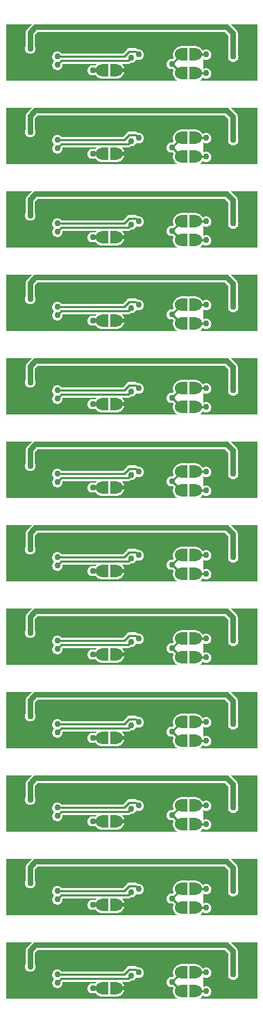
<source format=gbr>
G04 start of page 3 for group 1 idx 1 *
G04 Title: (unknown), bottom *
G04 Creator: pcb 20140316 *
G04 CreationDate: Sun 30 Dec 2018 07:28:16 PM GMT UTC *
G04 For: railfan *
G04 Format: Gerber/RS-274X *
G04 PCB-Dimensions (mil): 1435.00 4900.00 *
G04 PCB-Coordinate-Origin: lower left *
%MOIN*%
%FSLAX25Y25*%
%LNBOTTOM*%
%ADD30C,0.0310*%
%ADD29C,0.0130*%
%ADD28C,0.0300*%
%ADD27R,0.0300X0.0300*%
%ADD26C,0.0600*%
%ADD25C,0.0250*%
%ADD24C,0.0200*%
%ADD23C,0.0100*%
%ADD22C,0.0001*%
G54D22*G36*
X105909Y345929D02*X105646Y346358D01*
X105237Y346837D01*
X104758Y347246D01*
X104222Y347575D01*
X103640Y347816D01*
X103028Y347963D01*
X102400Y348012D01*
X102237Y348000D01*
X99243Y347991D01*
X99090Y347954D01*
X99000Y347917D01*
X98910Y347954D01*
X98757Y347991D01*
X98600Y348000D01*
X95859Y347992D01*
X95600Y348012D01*
X94972Y347963D01*
X94360Y347816D01*
X93778Y347575D01*
X93242Y347246D01*
X92763Y346837D01*
X92354Y346358D01*
X92025Y345822D01*
X91784Y345240D01*
X91637Y344628D01*
X91588Y344000D01*
X91637Y343372D01*
X91784Y342760D01*
X91888Y342509D01*
X91358Y341980D01*
X91000Y342008D01*
X90608Y341977D01*
X90225Y341885D01*
X89862Y341734D01*
X89526Y341529D01*
X89227Y341273D01*
X88971Y340974D01*
X88766Y340638D01*
X88615Y340275D01*
X88523Y339892D01*
X88492Y339500D01*
X88523Y339108D01*
X88615Y338725D01*
X88766Y338362D01*
X88971Y338026D01*
X89227Y337727D01*
X89526Y337471D01*
X89862Y337266D01*
X90225Y337115D01*
X90608Y337023D01*
X91000Y336992D01*
X91358Y337020D01*
X91888Y336491D01*
X91784Y336240D01*
X91637Y335628D01*
X91588Y335000D01*
X91637Y334372D01*
X91784Y333760D01*
X92025Y333178D01*
X92354Y332642D01*
X92763Y332163D01*
X93242Y331754D01*
X93656Y331500D01*
X55528D01*
Y333052D01*
X55735Y332925D01*
X56317Y332684D01*
X56929Y332537D01*
X57557Y332488D01*
X57720Y332500D01*
X60714Y332509D01*
X60867Y332546D01*
X60957Y332583D01*
X61047Y332546D01*
X61200Y332509D01*
X61357Y332500D01*
X64098Y332508D01*
X64357Y332488D01*
X64985Y332537D01*
X65597Y332684D01*
X66179Y332925D01*
X66715Y333254D01*
X67194Y333663D01*
X67603Y334142D01*
X67932Y334678D01*
X68173Y335260D01*
X68320Y335872D01*
X68357Y336500D01*
X68320Y337128D01*
X68173Y337740D01*
X67932Y338322D01*
X67603Y338858D01*
X67194Y339337D01*
X67003Y339500D01*
X69941D01*
X70000Y339495D01*
X70235Y339514D01*
X70235Y339514D01*
X70465Y339569D01*
X70683Y339659D01*
X70884Y339783D01*
X71064Y339936D01*
X71102Y339981D01*
X71142Y340020D01*
X71500Y339992D01*
X71892Y340023D01*
X72275Y340115D01*
X72638Y340266D01*
X72974Y340471D01*
X73273Y340727D01*
X73529Y341026D01*
X73734Y341362D01*
X73885Y341725D01*
X73892Y341753D01*
X74225Y341615D01*
X74608Y341523D01*
X75000Y341492D01*
X75392Y341523D01*
X75775Y341615D01*
X76138Y341766D01*
X76474Y341971D01*
X76773Y342227D01*
X77029Y342526D01*
X77234Y342862D01*
X77385Y343225D01*
X77477Y343608D01*
X77500Y344000D01*
X77477Y344392D01*
X77385Y344775D01*
X77234Y345138D01*
X77029Y345474D01*
X76773Y345773D01*
X76474Y346029D01*
X76138Y346234D01*
X75775Y346385D01*
X75392Y346477D01*
X75000Y346508D01*
X74642Y346480D01*
X74602Y346519D01*
X74564Y346564D01*
X74384Y346717D01*
X74183Y346841D01*
X73965Y346931D01*
X73735Y346986D01*
X73735Y346986D01*
X73500Y347005D01*
X73441Y347000D01*
X70559D01*
X70500Y347005D01*
X70265Y346986D01*
X70035Y346931D01*
X69817Y346841D01*
X69616Y346717D01*
X69615Y346717D01*
X69436Y346564D01*
X69398Y346519D01*
X67410Y344531D01*
X55528D01*
Y354750D01*
X116568D01*
X118250Y353068D01*
Y344132D01*
X118115Y343806D01*
X118023Y343424D01*
X117992Y343031D01*
X118023Y342639D01*
X118115Y342257D01*
X118266Y341893D01*
X118471Y341558D01*
X118727Y341258D01*
X119026Y341003D01*
X119362Y340797D01*
X119725Y340647D01*
X120108Y340555D01*
X120500Y340524D01*
X120892Y340555D01*
X121275Y340647D01*
X121638Y340797D01*
X121974Y341003D01*
X122273Y341258D01*
X122529Y341558D01*
X122734Y341893D01*
X122885Y342257D01*
X122977Y342639D01*
X123000Y343031D01*
X122977Y343424D01*
X122885Y343806D01*
X122750Y344132D01*
Y353912D01*
X122757Y354000D01*
X122729Y354353D01*
X122646Y354697D01*
X122607Y354793D01*
X122511Y355025D01*
X122396Y355212D01*
X122326Y355327D01*
X122326Y355327D01*
X122096Y355596D01*
X122029Y355653D01*
X119182Y358500D01*
X132000D01*
Y331500D01*
X104344D01*
X104758Y331754D01*
X105237Y332163D01*
X105646Y332642D01*
X105909Y333071D01*
X106026Y332971D01*
X106362Y332766D01*
X106725Y332615D01*
X107108Y332523D01*
X107500Y332492D01*
X107892Y332523D01*
X108275Y332615D01*
X108638Y332766D01*
X108974Y332971D01*
X109273Y333227D01*
X109529Y333526D01*
X109734Y333862D01*
X109885Y334225D01*
X109977Y334608D01*
X110000Y335000D01*
X109977Y335392D01*
X109885Y335775D01*
X109734Y336138D01*
X109529Y336474D01*
X109273Y336773D01*
X108974Y337029D01*
X108638Y337234D01*
X108275Y337385D01*
X107892Y337477D01*
X107500Y337508D01*
X107108Y337477D01*
X106725Y337385D01*
X106362Y337234D01*
X106026Y337029D01*
X106000Y337007D01*
Y341993D01*
X106026Y341971D01*
X106362Y341766D01*
X106725Y341615D01*
X107108Y341523D01*
X107500Y341492D01*
X107892Y341523D01*
X108275Y341615D01*
X108638Y341766D01*
X108974Y341971D01*
X109273Y342227D01*
X109529Y342526D01*
X109734Y342862D01*
X109885Y343225D01*
X109977Y343608D01*
X110000Y344000D01*
X109977Y344392D01*
X109885Y344775D01*
X109734Y345138D01*
X109529Y345474D01*
X109273Y345773D01*
X108974Y346029D01*
X108638Y346234D01*
X108275Y346385D01*
X107892Y346477D01*
X107500Y346508D01*
X107108Y346477D01*
X106725Y346385D01*
X106362Y346234D01*
X106026Y346029D01*
X105909Y345929D01*
G37*
G36*
X55528Y331500D02*X11500D01*
Y358500D01*
X23818D01*
X21471Y356153D01*
X21404Y356096D01*
X21174Y355827D01*
X20989Y355525D01*
X20854Y355197D01*
X20771Y354853D01*
X20771Y354853D01*
X20743Y354500D01*
X20750Y354412D01*
Y348069D01*
X20615Y347743D01*
X20523Y347361D01*
X20492Y346969D01*
X20523Y346576D01*
X20615Y346194D01*
X20766Y345830D01*
X20971Y345495D01*
X21227Y345195D01*
X21526Y344940D01*
X21862Y344734D01*
X22225Y344584D01*
X22608Y344492D01*
X23000Y344461D01*
X23392Y344492D01*
X23775Y344584D01*
X24138Y344734D01*
X24474Y344940D01*
X24773Y345195D01*
X25029Y345495D01*
X25234Y345830D01*
X25385Y346194D01*
X25477Y346576D01*
X25500Y346969D01*
X25477Y347361D01*
X25385Y347743D01*
X25250Y348069D01*
Y353568D01*
X26432Y354750D01*
X55528D01*
Y344531D01*
X38070D01*
X37836Y344805D01*
X37537Y345060D01*
X37201Y345266D01*
X36838Y345416D01*
X36455Y345508D01*
X36063Y345539D01*
X35671Y345508D01*
X35288Y345416D01*
X34925Y345266D01*
X34589Y345060D01*
X34290Y344805D01*
X34034Y344505D01*
X33829Y344170D01*
X33678Y343806D01*
X33586Y343424D01*
X33555Y343031D01*
X33586Y342639D01*
X33678Y342257D01*
X33829Y341893D01*
X34034Y341558D01*
X34290Y341258D01*
X34518Y341063D01*
X34290Y340868D01*
X34034Y340568D01*
X33829Y340233D01*
X33678Y339869D01*
X33586Y339487D01*
X33555Y339094D01*
X33586Y338702D01*
X33678Y338320D01*
X33829Y337956D01*
X34034Y337620D01*
X34290Y337321D01*
X34589Y337066D01*
X34925Y336860D01*
X35288Y336710D01*
X35671Y336618D01*
X36063Y336587D01*
X36455Y336618D01*
X36838Y336710D01*
X37201Y336860D01*
X37537Y337066D01*
X37836Y337321D01*
X38092Y337620D01*
X38297Y337956D01*
X38448Y338320D01*
X38540Y338702D01*
X38563Y339094D01*
X38542Y339452D01*
X38590Y339500D01*
X54911D01*
X54720Y339337D01*
X54311Y338858D01*
X54209Y338691D01*
X54138Y338734D01*
X53775Y338885D01*
X53392Y338977D01*
X53000Y339008D01*
X52608Y338977D01*
X52225Y338885D01*
X51862Y338734D01*
X51526Y338529D01*
X51227Y338273D01*
X50971Y337974D01*
X50766Y337638D01*
X50615Y337275D01*
X50523Y336892D01*
X50492Y336500D01*
X50523Y336108D01*
X50615Y335725D01*
X50766Y335362D01*
X50971Y335026D01*
X51227Y334727D01*
X51526Y334471D01*
X51862Y334266D01*
X52225Y334115D01*
X52608Y334023D01*
X53000Y333992D01*
X53392Y334023D01*
X53775Y334115D01*
X54138Y334266D01*
X54209Y334309D01*
X54311Y334142D01*
X54720Y333663D01*
X55199Y333254D01*
X55528Y333052D01*
Y331500D01*
G37*
G36*
X105909Y305929D02*X105646Y306358D01*
X105237Y306837D01*
X104758Y307246D01*
X104222Y307575D01*
X103640Y307816D01*
X103028Y307963D01*
X102400Y308012D01*
X102237Y308000D01*
X99243Y307991D01*
X99090Y307954D01*
X99000Y307917D01*
X98910Y307954D01*
X98757Y307991D01*
X98600Y308000D01*
X95859Y307992D01*
X95600Y308012D01*
X94972Y307963D01*
X94360Y307816D01*
X93778Y307575D01*
X93242Y307246D01*
X92763Y306837D01*
X92354Y306358D01*
X92025Y305822D01*
X91784Y305240D01*
X91637Y304628D01*
X91588Y304000D01*
X91637Y303372D01*
X91784Y302760D01*
X91888Y302509D01*
X91358Y301980D01*
X91000Y302008D01*
X90608Y301977D01*
X90225Y301885D01*
X89862Y301734D01*
X89526Y301529D01*
X89227Y301273D01*
X88971Y300974D01*
X88766Y300638D01*
X88615Y300275D01*
X88523Y299892D01*
X88492Y299500D01*
X88523Y299108D01*
X88615Y298725D01*
X88766Y298362D01*
X88971Y298026D01*
X89227Y297727D01*
X89526Y297471D01*
X89862Y297266D01*
X90225Y297115D01*
X90608Y297023D01*
X91000Y296992D01*
X91358Y297020D01*
X91888Y296491D01*
X91784Y296240D01*
X91637Y295628D01*
X91588Y295000D01*
X91637Y294372D01*
X91784Y293760D01*
X92025Y293178D01*
X92354Y292642D01*
X92763Y292163D01*
X93242Y291754D01*
X93656Y291500D01*
X55528D01*
Y293052D01*
X55735Y292925D01*
X56317Y292684D01*
X56929Y292537D01*
X57557Y292488D01*
X57720Y292500D01*
X60714Y292509D01*
X60867Y292546D01*
X60957Y292583D01*
X61047Y292546D01*
X61200Y292509D01*
X61357Y292500D01*
X64098Y292508D01*
X64357Y292488D01*
X64985Y292537D01*
X65597Y292684D01*
X66179Y292925D01*
X66715Y293254D01*
X67194Y293663D01*
X67603Y294142D01*
X67932Y294678D01*
X68173Y295260D01*
X68320Y295872D01*
X68357Y296500D01*
X68320Y297128D01*
X68173Y297740D01*
X67932Y298322D01*
X67603Y298858D01*
X67194Y299337D01*
X67003Y299500D01*
X69941D01*
X70000Y299495D01*
X70235Y299514D01*
X70235Y299514D01*
X70465Y299569D01*
X70683Y299659D01*
X70884Y299783D01*
X71064Y299936D01*
X71102Y299981D01*
X71142Y300020D01*
X71500Y299992D01*
X71892Y300023D01*
X72275Y300115D01*
X72638Y300266D01*
X72974Y300471D01*
X73273Y300727D01*
X73529Y301026D01*
X73734Y301362D01*
X73885Y301725D01*
X73892Y301753D01*
X74225Y301615D01*
X74608Y301523D01*
X75000Y301492D01*
X75392Y301523D01*
X75775Y301615D01*
X76138Y301766D01*
X76474Y301971D01*
X76773Y302227D01*
X77029Y302526D01*
X77234Y302862D01*
X77385Y303225D01*
X77477Y303608D01*
X77500Y304000D01*
X77477Y304392D01*
X77385Y304775D01*
X77234Y305138D01*
X77029Y305474D01*
X76773Y305773D01*
X76474Y306029D01*
X76138Y306234D01*
X75775Y306385D01*
X75392Y306477D01*
X75000Y306508D01*
X74642Y306480D01*
X74602Y306519D01*
X74564Y306564D01*
X74384Y306717D01*
X74183Y306841D01*
X73965Y306931D01*
X73735Y306986D01*
X73735Y306986D01*
X73500Y307005D01*
X73441Y307000D01*
X70559D01*
X70500Y307005D01*
X70265Y306986D01*
X70035Y306931D01*
X69817Y306841D01*
X69616Y306717D01*
X69615Y306717D01*
X69436Y306564D01*
X69398Y306519D01*
X67410Y304531D01*
X55528D01*
Y314750D01*
X116568D01*
X118250Y313068D01*
Y304132D01*
X118115Y303806D01*
X118023Y303424D01*
X117992Y303031D01*
X118023Y302639D01*
X118115Y302257D01*
X118266Y301893D01*
X118471Y301558D01*
X118727Y301258D01*
X119026Y301003D01*
X119362Y300797D01*
X119725Y300647D01*
X120108Y300555D01*
X120500Y300524D01*
X120892Y300555D01*
X121275Y300647D01*
X121638Y300797D01*
X121974Y301003D01*
X122273Y301258D01*
X122529Y301558D01*
X122734Y301893D01*
X122885Y302257D01*
X122977Y302639D01*
X123000Y303031D01*
X122977Y303424D01*
X122885Y303806D01*
X122750Y304132D01*
Y313912D01*
X122757Y314000D01*
X122729Y314353D01*
X122646Y314697D01*
X122607Y314793D01*
X122511Y315025D01*
X122396Y315212D01*
X122326Y315327D01*
X122326Y315327D01*
X122096Y315596D01*
X122029Y315653D01*
X119182Y318500D01*
X132000D01*
Y291500D01*
X104344D01*
X104758Y291754D01*
X105237Y292163D01*
X105646Y292642D01*
X105909Y293071D01*
X106026Y292971D01*
X106362Y292766D01*
X106725Y292615D01*
X107108Y292523D01*
X107500Y292492D01*
X107892Y292523D01*
X108275Y292615D01*
X108638Y292766D01*
X108974Y292971D01*
X109273Y293227D01*
X109529Y293526D01*
X109734Y293862D01*
X109885Y294225D01*
X109977Y294608D01*
X110000Y295000D01*
X109977Y295392D01*
X109885Y295775D01*
X109734Y296138D01*
X109529Y296474D01*
X109273Y296773D01*
X108974Y297029D01*
X108638Y297234D01*
X108275Y297385D01*
X107892Y297477D01*
X107500Y297508D01*
X107108Y297477D01*
X106725Y297385D01*
X106362Y297234D01*
X106026Y297029D01*
X106000Y297007D01*
Y301993D01*
X106026Y301971D01*
X106362Y301766D01*
X106725Y301615D01*
X107108Y301523D01*
X107500Y301492D01*
X107892Y301523D01*
X108275Y301615D01*
X108638Y301766D01*
X108974Y301971D01*
X109273Y302227D01*
X109529Y302526D01*
X109734Y302862D01*
X109885Y303225D01*
X109977Y303608D01*
X110000Y304000D01*
X109977Y304392D01*
X109885Y304775D01*
X109734Y305138D01*
X109529Y305474D01*
X109273Y305773D01*
X108974Y306029D01*
X108638Y306234D01*
X108275Y306385D01*
X107892Y306477D01*
X107500Y306508D01*
X107108Y306477D01*
X106725Y306385D01*
X106362Y306234D01*
X106026Y306029D01*
X105909Y305929D01*
G37*
G36*
X55528Y291500D02*X11500D01*
Y318500D01*
X23818D01*
X21471Y316153D01*
X21404Y316096D01*
X21174Y315827D01*
X20989Y315525D01*
X20854Y315197D01*
X20771Y314853D01*
X20771Y314853D01*
X20743Y314500D01*
X20750Y314412D01*
Y308069D01*
X20615Y307743D01*
X20523Y307361D01*
X20492Y306969D01*
X20523Y306576D01*
X20615Y306194D01*
X20766Y305830D01*
X20971Y305495D01*
X21227Y305195D01*
X21526Y304940D01*
X21862Y304734D01*
X22225Y304584D01*
X22608Y304492D01*
X23000Y304461D01*
X23392Y304492D01*
X23775Y304584D01*
X24138Y304734D01*
X24474Y304940D01*
X24773Y305195D01*
X25029Y305495D01*
X25234Y305830D01*
X25385Y306194D01*
X25477Y306576D01*
X25500Y306969D01*
X25477Y307361D01*
X25385Y307743D01*
X25250Y308069D01*
Y313568D01*
X26432Y314750D01*
X55528D01*
Y304531D01*
X38070D01*
X37836Y304805D01*
X37537Y305060D01*
X37201Y305266D01*
X36838Y305416D01*
X36455Y305508D01*
X36063Y305539D01*
X35671Y305508D01*
X35288Y305416D01*
X34925Y305266D01*
X34589Y305060D01*
X34290Y304805D01*
X34034Y304505D01*
X33829Y304170D01*
X33678Y303806D01*
X33586Y303424D01*
X33555Y303031D01*
X33586Y302639D01*
X33678Y302257D01*
X33829Y301893D01*
X34034Y301558D01*
X34290Y301258D01*
X34518Y301063D01*
X34290Y300868D01*
X34034Y300568D01*
X33829Y300233D01*
X33678Y299869D01*
X33586Y299487D01*
X33555Y299094D01*
X33586Y298702D01*
X33678Y298320D01*
X33829Y297956D01*
X34034Y297620D01*
X34290Y297321D01*
X34589Y297066D01*
X34925Y296860D01*
X35288Y296710D01*
X35671Y296618D01*
X36063Y296587D01*
X36455Y296618D01*
X36838Y296710D01*
X37201Y296860D01*
X37537Y297066D01*
X37836Y297321D01*
X38092Y297620D01*
X38297Y297956D01*
X38448Y298320D01*
X38540Y298702D01*
X38563Y299094D01*
X38542Y299452D01*
X38590Y299500D01*
X54911D01*
X54720Y299337D01*
X54311Y298858D01*
X54209Y298691D01*
X54138Y298734D01*
X53775Y298885D01*
X53392Y298977D01*
X53000Y299008D01*
X52608Y298977D01*
X52225Y298885D01*
X51862Y298734D01*
X51526Y298529D01*
X51227Y298273D01*
X50971Y297974D01*
X50766Y297638D01*
X50615Y297275D01*
X50523Y296892D01*
X50492Y296500D01*
X50523Y296108D01*
X50615Y295725D01*
X50766Y295362D01*
X50971Y295026D01*
X51227Y294727D01*
X51526Y294471D01*
X51862Y294266D01*
X52225Y294115D01*
X52608Y294023D01*
X53000Y293992D01*
X53392Y294023D01*
X53775Y294115D01*
X54138Y294266D01*
X54209Y294309D01*
X54311Y294142D01*
X54720Y293663D01*
X55199Y293254D01*
X55528Y293052D01*
Y291500D01*
G37*
G36*
X105909Y265929D02*X105646Y266358D01*
X105237Y266837D01*
X104758Y267246D01*
X104222Y267575D01*
X103640Y267816D01*
X103028Y267963D01*
X102400Y268012D01*
X102237Y268000D01*
X99243Y267991D01*
X99090Y267954D01*
X99000Y267917D01*
X98910Y267954D01*
X98757Y267991D01*
X98600Y268000D01*
X95859Y267992D01*
X95600Y268012D01*
X94972Y267963D01*
X94360Y267816D01*
X93778Y267575D01*
X93242Y267246D01*
X92763Y266837D01*
X92354Y266358D01*
X92025Y265822D01*
X91784Y265240D01*
X91637Y264628D01*
X91588Y264000D01*
X91637Y263372D01*
X91784Y262760D01*
X91888Y262509D01*
X91358Y261980D01*
X91000Y262008D01*
X90608Y261977D01*
X90225Y261885D01*
X89862Y261734D01*
X89526Y261529D01*
X89227Y261273D01*
X88971Y260974D01*
X88766Y260638D01*
X88615Y260275D01*
X88523Y259892D01*
X88492Y259500D01*
X88523Y259108D01*
X88615Y258725D01*
X88766Y258362D01*
X88971Y258026D01*
X89227Y257727D01*
X89526Y257471D01*
X89862Y257266D01*
X90225Y257115D01*
X90608Y257023D01*
X91000Y256992D01*
X91358Y257020D01*
X91888Y256491D01*
X91784Y256240D01*
X91637Y255628D01*
X91588Y255000D01*
X91637Y254372D01*
X91784Y253760D01*
X92025Y253178D01*
X92354Y252642D01*
X92763Y252163D01*
X93242Y251754D01*
X93656Y251500D01*
X55528D01*
Y253052D01*
X55735Y252925D01*
X56317Y252684D01*
X56929Y252537D01*
X57557Y252488D01*
X57720Y252500D01*
X60714Y252509D01*
X60867Y252546D01*
X60957Y252583D01*
X61047Y252546D01*
X61200Y252509D01*
X61357Y252500D01*
X64098Y252508D01*
X64357Y252488D01*
X64985Y252537D01*
X65597Y252684D01*
X66179Y252925D01*
X66715Y253254D01*
X67194Y253663D01*
X67603Y254142D01*
X67932Y254678D01*
X68173Y255260D01*
X68320Y255872D01*
X68357Y256500D01*
X68320Y257128D01*
X68173Y257740D01*
X67932Y258322D01*
X67603Y258858D01*
X67194Y259337D01*
X67003Y259500D01*
X69941D01*
X70000Y259495D01*
X70235Y259514D01*
X70235Y259514D01*
X70465Y259569D01*
X70683Y259659D01*
X70884Y259783D01*
X71064Y259936D01*
X71102Y259981D01*
X71142Y260020D01*
X71500Y259992D01*
X71892Y260023D01*
X72275Y260115D01*
X72638Y260266D01*
X72974Y260471D01*
X73273Y260727D01*
X73529Y261026D01*
X73734Y261362D01*
X73885Y261725D01*
X73892Y261753D01*
X74225Y261615D01*
X74608Y261523D01*
X75000Y261492D01*
X75392Y261523D01*
X75775Y261615D01*
X76138Y261766D01*
X76474Y261971D01*
X76773Y262227D01*
X77029Y262526D01*
X77234Y262862D01*
X77385Y263225D01*
X77477Y263608D01*
X77500Y264000D01*
X77477Y264392D01*
X77385Y264775D01*
X77234Y265138D01*
X77029Y265474D01*
X76773Y265773D01*
X76474Y266029D01*
X76138Y266234D01*
X75775Y266385D01*
X75392Y266477D01*
X75000Y266508D01*
X74642Y266480D01*
X74602Y266519D01*
X74564Y266564D01*
X74384Y266717D01*
X74183Y266841D01*
X73965Y266931D01*
X73735Y266986D01*
X73735Y266986D01*
X73500Y267005D01*
X73441Y267000D01*
X70559D01*
X70500Y267005D01*
X70265Y266986D01*
X70035Y266931D01*
X69817Y266841D01*
X69616Y266717D01*
X69615Y266717D01*
X69436Y266564D01*
X69398Y266519D01*
X67410Y264531D01*
X55528D01*
Y274750D01*
X116568D01*
X118250Y273068D01*
Y264132D01*
X118115Y263806D01*
X118023Y263424D01*
X117992Y263031D01*
X118023Y262639D01*
X118115Y262257D01*
X118266Y261893D01*
X118471Y261557D01*
X118727Y261258D01*
X119026Y261003D01*
X119362Y260797D01*
X119725Y260647D01*
X120108Y260555D01*
X120500Y260524D01*
X120892Y260555D01*
X121275Y260647D01*
X121638Y260797D01*
X121974Y261003D01*
X122273Y261258D01*
X122529Y261557D01*
X122734Y261893D01*
X122885Y262257D01*
X122977Y262639D01*
X123000Y263031D01*
X122977Y263424D01*
X122885Y263806D01*
X122750Y264132D01*
Y273912D01*
X122757Y274000D01*
X122729Y274353D01*
X122646Y274697D01*
X122607Y274793D01*
X122511Y275025D01*
X122396Y275212D01*
X122326Y275327D01*
X122326Y275327D01*
X122096Y275596D01*
X122029Y275653D01*
X119182Y278500D01*
X132000D01*
Y251500D01*
X104344D01*
X104758Y251754D01*
X105237Y252163D01*
X105646Y252642D01*
X105909Y253071D01*
X106026Y252971D01*
X106362Y252766D01*
X106725Y252615D01*
X107108Y252523D01*
X107500Y252492D01*
X107892Y252523D01*
X108275Y252615D01*
X108638Y252766D01*
X108974Y252971D01*
X109273Y253227D01*
X109529Y253526D01*
X109734Y253862D01*
X109885Y254225D01*
X109977Y254608D01*
X110000Y255000D01*
X109977Y255392D01*
X109885Y255775D01*
X109734Y256138D01*
X109529Y256474D01*
X109273Y256773D01*
X108974Y257029D01*
X108638Y257234D01*
X108275Y257385D01*
X107892Y257477D01*
X107500Y257508D01*
X107108Y257477D01*
X106725Y257385D01*
X106362Y257234D01*
X106026Y257029D01*
X106000Y257007D01*
Y261993D01*
X106026Y261971D01*
X106362Y261766D01*
X106725Y261615D01*
X107108Y261523D01*
X107500Y261492D01*
X107892Y261523D01*
X108275Y261615D01*
X108638Y261766D01*
X108974Y261971D01*
X109273Y262227D01*
X109529Y262526D01*
X109734Y262862D01*
X109885Y263225D01*
X109977Y263608D01*
X110000Y264000D01*
X109977Y264392D01*
X109885Y264775D01*
X109734Y265138D01*
X109529Y265474D01*
X109273Y265773D01*
X108974Y266029D01*
X108638Y266234D01*
X108275Y266385D01*
X107892Y266477D01*
X107500Y266508D01*
X107108Y266477D01*
X106725Y266385D01*
X106362Y266234D01*
X106026Y266029D01*
X105909Y265929D01*
G37*
G36*
X55528Y251500D02*X11500D01*
Y278500D01*
X23818D01*
X21471Y276153D01*
X21404Y276096D01*
X21174Y275827D01*
X20989Y275525D01*
X20854Y275197D01*
X20771Y274853D01*
X20771Y274853D01*
X20743Y274500D01*
X20750Y274412D01*
Y268069D01*
X20615Y267743D01*
X20523Y267361D01*
X20492Y266969D01*
X20523Y266576D01*
X20615Y266194D01*
X20766Y265830D01*
X20971Y265495D01*
X21227Y265195D01*
X21526Y264940D01*
X21862Y264734D01*
X22225Y264584D01*
X22608Y264492D01*
X23000Y264461D01*
X23392Y264492D01*
X23775Y264584D01*
X24138Y264734D01*
X24474Y264940D01*
X24773Y265195D01*
X25029Y265495D01*
X25234Y265830D01*
X25385Y266194D01*
X25477Y266576D01*
X25500Y266969D01*
X25477Y267361D01*
X25385Y267743D01*
X25250Y268069D01*
Y273568D01*
X26432Y274750D01*
X55528D01*
Y264531D01*
X38070D01*
X37836Y264805D01*
X37537Y265060D01*
X37201Y265266D01*
X36838Y265416D01*
X36455Y265508D01*
X36063Y265539D01*
X35671Y265508D01*
X35288Y265416D01*
X34925Y265266D01*
X34589Y265060D01*
X34290Y264805D01*
X34034Y264505D01*
X33829Y264170D01*
X33678Y263806D01*
X33586Y263424D01*
X33555Y263031D01*
X33586Y262639D01*
X33678Y262257D01*
X33829Y261893D01*
X34034Y261557D01*
X34290Y261258D01*
X34518Y261063D01*
X34290Y260868D01*
X34034Y260568D01*
X33829Y260233D01*
X33678Y259869D01*
X33586Y259487D01*
X33555Y259094D01*
X33586Y258702D01*
X33678Y258320D01*
X33829Y257956D01*
X34034Y257620D01*
X34290Y257321D01*
X34589Y257066D01*
X34925Y256860D01*
X35288Y256710D01*
X35671Y256618D01*
X36063Y256587D01*
X36455Y256618D01*
X36838Y256710D01*
X37201Y256860D01*
X37537Y257066D01*
X37836Y257321D01*
X38092Y257620D01*
X38297Y257956D01*
X38448Y258320D01*
X38540Y258702D01*
X38563Y259094D01*
X38542Y259452D01*
X38590Y259500D01*
X54911D01*
X54720Y259337D01*
X54311Y258858D01*
X54209Y258691D01*
X54138Y258734D01*
X53775Y258885D01*
X53392Y258977D01*
X53000Y259008D01*
X52608Y258977D01*
X52225Y258885D01*
X51862Y258734D01*
X51526Y258529D01*
X51227Y258273D01*
X50971Y257974D01*
X50766Y257638D01*
X50615Y257275D01*
X50523Y256892D01*
X50492Y256500D01*
X50523Y256108D01*
X50615Y255725D01*
X50766Y255362D01*
X50971Y255026D01*
X51227Y254727D01*
X51526Y254471D01*
X51862Y254266D01*
X52225Y254115D01*
X52608Y254023D01*
X53000Y253992D01*
X53392Y254023D01*
X53775Y254115D01*
X54138Y254266D01*
X54209Y254309D01*
X54311Y254142D01*
X54720Y253663D01*
X55199Y253254D01*
X55528Y253052D01*
Y251500D01*
G37*
G36*
X105909Y225929D02*X105646Y226358D01*
X105237Y226837D01*
X104758Y227246D01*
X104222Y227575D01*
X103640Y227816D01*
X103028Y227963D01*
X102400Y228012D01*
X102237Y228000D01*
X99243Y227991D01*
X99090Y227954D01*
X99000Y227917D01*
X98910Y227954D01*
X98757Y227991D01*
X98600Y228000D01*
X95859Y227992D01*
X95600Y228012D01*
X94972Y227963D01*
X94360Y227816D01*
X93778Y227575D01*
X93242Y227246D01*
X92763Y226837D01*
X92354Y226358D01*
X92025Y225822D01*
X91784Y225240D01*
X91637Y224628D01*
X91588Y224000D01*
X91637Y223372D01*
X91784Y222760D01*
X91888Y222509D01*
X91358Y221980D01*
X91000Y222008D01*
X90608Y221977D01*
X90225Y221885D01*
X89862Y221734D01*
X89526Y221529D01*
X89227Y221273D01*
X88971Y220974D01*
X88766Y220638D01*
X88615Y220275D01*
X88523Y219892D01*
X88492Y219500D01*
X88523Y219108D01*
X88615Y218725D01*
X88766Y218362D01*
X88971Y218026D01*
X89227Y217727D01*
X89526Y217471D01*
X89862Y217266D01*
X90225Y217115D01*
X90608Y217023D01*
X91000Y216992D01*
X91358Y217020D01*
X91888Y216491D01*
X91784Y216240D01*
X91637Y215628D01*
X91588Y215000D01*
X91637Y214372D01*
X91784Y213760D01*
X92025Y213178D01*
X92354Y212642D01*
X92763Y212163D01*
X93242Y211754D01*
X93656Y211500D01*
X55528D01*
Y213052D01*
X55735Y212925D01*
X56317Y212684D01*
X56929Y212537D01*
X57557Y212488D01*
X57720Y212500D01*
X60714Y212509D01*
X60867Y212546D01*
X60957Y212583D01*
X61047Y212546D01*
X61200Y212509D01*
X61357Y212500D01*
X64098Y212508D01*
X64357Y212488D01*
X64985Y212537D01*
X65597Y212684D01*
X66179Y212925D01*
X66715Y213254D01*
X67194Y213663D01*
X67603Y214142D01*
X67932Y214678D01*
X68173Y215260D01*
X68320Y215872D01*
X68357Y216500D01*
X68320Y217128D01*
X68173Y217740D01*
X67932Y218322D01*
X67603Y218858D01*
X67194Y219337D01*
X67003Y219500D01*
X69941D01*
X70000Y219495D01*
X70235Y219514D01*
X70235Y219514D01*
X70465Y219569D01*
X70683Y219659D01*
X70884Y219783D01*
X71064Y219936D01*
X71102Y219981D01*
X71142Y220020D01*
X71500Y219992D01*
X71892Y220023D01*
X72275Y220115D01*
X72638Y220266D01*
X72974Y220471D01*
X73273Y220727D01*
X73529Y221026D01*
X73734Y221362D01*
X73885Y221725D01*
X73892Y221753D01*
X74225Y221615D01*
X74608Y221523D01*
X75000Y221492D01*
X75392Y221523D01*
X75775Y221615D01*
X76138Y221766D01*
X76474Y221971D01*
X76773Y222227D01*
X77029Y222526D01*
X77234Y222862D01*
X77385Y223225D01*
X77477Y223608D01*
X77500Y224000D01*
X77477Y224392D01*
X77385Y224775D01*
X77234Y225138D01*
X77029Y225474D01*
X76773Y225773D01*
X76474Y226029D01*
X76138Y226234D01*
X75775Y226385D01*
X75392Y226477D01*
X75000Y226508D01*
X74642Y226480D01*
X74602Y226519D01*
X74564Y226564D01*
X74384Y226717D01*
X74183Y226841D01*
X73965Y226931D01*
X73735Y226986D01*
X73735Y226986D01*
X73500Y227005D01*
X73441Y227000D01*
X70559D01*
X70500Y227005D01*
X70265Y226986D01*
X70035Y226931D01*
X69817Y226841D01*
X69616Y226717D01*
X69615Y226717D01*
X69436Y226564D01*
X69398Y226519D01*
X67410Y224531D01*
X55528D01*
Y234750D01*
X116568D01*
X118250Y233068D01*
Y224132D01*
X118115Y223806D01*
X118023Y223424D01*
X117992Y223031D01*
X118023Y222639D01*
X118115Y222257D01*
X118266Y221893D01*
X118471Y221557D01*
X118727Y221258D01*
X119026Y221003D01*
X119362Y220797D01*
X119725Y220647D01*
X120108Y220555D01*
X120500Y220524D01*
X120892Y220555D01*
X121275Y220647D01*
X121638Y220797D01*
X121974Y221003D01*
X122273Y221258D01*
X122529Y221557D01*
X122734Y221893D01*
X122885Y222257D01*
X122977Y222639D01*
X123000Y223031D01*
X122977Y223424D01*
X122885Y223806D01*
X122750Y224132D01*
Y233912D01*
X122757Y234000D01*
X122729Y234353D01*
X122646Y234697D01*
X122607Y234793D01*
X122511Y235025D01*
X122396Y235212D01*
X122326Y235327D01*
X122326Y235327D01*
X122096Y235596D01*
X122029Y235653D01*
X119182Y238500D01*
X132000D01*
Y211500D01*
X104344D01*
X104758Y211754D01*
X105237Y212163D01*
X105646Y212642D01*
X105909Y213071D01*
X106026Y212971D01*
X106362Y212766D01*
X106725Y212615D01*
X107108Y212523D01*
X107500Y212492D01*
X107892Y212523D01*
X108275Y212615D01*
X108638Y212766D01*
X108974Y212971D01*
X109273Y213227D01*
X109529Y213526D01*
X109734Y213862D01*
X109885Y214225D01*
X109977Y214608D01*
X110000Y215000D01*
X109977Y215392D01*
X109885Y215775D01*
X109734Y216138D01*
X109529Y216474D01*
X109273Y216773D01*
X108974Y217029D01*
X108638Y217234D01*
X108275Y217385D01*
X107892Y217477D01*
X107500Y217508D01*
X107108Y217477D01*
X106725Y217385D01*
X106362Y217234D01*
X106026Y217029D01*
X106000Y217007D01*
Y221993D01*
X106026Y221971D01*
X106362Y221766D01*
X106725Y221615D01*
X107108Y221523D01*
X107500Y221492D01*
X107892Y221523D01*
X108275Y221615D01*
X108638Y221766D01*
X108974Y221971D01*
X109273Y222227D01*
X109529Y222526D01*
X109734Y222862D01*
X109885Y223225D01*
X109977Y223608D01*
X110000Y224000D01*
X109977Y224392D01*
X109885Y224775D01*
X109734Y225138D01*
X109529Y225474D01*
X109273Y225773D01*
X108974Y226029D01*
X108638Y226234D01*
X108275Y226385D01*
X107892Y226477D01*
X107500Y226508D01*
X107108Y226477D01*
X106725Y226385D01*
X106362Y226234D01*
X106026Y226029D01*
X105909Y225929D01*
G37*
G36*
X55528Y211500D02*X11500D01*
Y238500D01*
X23818D01*
X21471Y236153D01*
X21404Y236096D01*
X21174Y235827D01*
X20989Y235525D01*
X20854Y235197D01*
X20771Y234853D01*
X20771Y234853D01*
X20743Y234500D01*
X20750Y234412D01*
Y228069D01*
X20615Y227743D01*
X20523Y227361D01*
X20492Y226969D01*
X20523Y226576D01*
X20615Y226194D01*
X20766Y225830D01*
X20971Y225495D01*
X21227Y225195D01*
X21526Y224940D01*
X21862Y224734D01*
X22225Y224584D01*
X22608Y224492D01*
X23000Y224461D01*
X23392Y224492D01*
X23775Y224584D01*
X24138Y224734D01*
X24474Y224940D01*
X24773Y225195D01*
X25029Y225495D01*
X25234Y225830D01*
X25385Y226194D01*
X25477Y226576D01*
X25500Y226969D01*
X25477Y227361D01*
X25385Y227743D01*
X25250Y228069D01*
Y233568D01*
X26432Y234750D01*
X55528D01*
Y224531D01*
X38070D01*
X37836Y224805D01*
X37537Y225060D01*
X37201Y225266D01*
X36838Y225416D01*
X36455Y225508D01*
X36063Y225539D01*
X35671Y225508D01*
X35288Y225416D01*
X34925Y225266D01*
X34589Y225060D01*
X34290Y224805D01*
X34034Y224505D01*
X33829Y224170D01*
X33678Y223806D01*
X33586Y223424D01*
X33555Y223031D01*
X33586Y222639D01*
X33678Y222257D01*
X33829Y221893D01*
X34034Y221557D01*
X34290Y221258D01*
X34518Y221063D01*
X34290Y220868D01*
X34034Y220568D01*
X33829Y220233D01*
X33678Y219869D01*
X33586Y219487D01*
X33555Y219094D01*
X33586Y218702D01*
X33678Y218320D01*
X33829Y217956D01*
X34034Y217620D01*
X34290Y217321D01*
X34589Y217066D01*
X34925Y216860D01*
X35288Y216710D01*
X35671Y216618D01*
X36063Y216587D01*
X36455Y216618D01*
X36838Y216710D01*
X37201Y216860D01*
X37537Y217066D01*
X37836Y217321D01*
X38092Y217620D01*
X38297Y217956D01*
X38448Y218320D01*
X38540Y218702D01*
X38563Y219094D01*
X38542Y219452D01*
X38590Y219500D01*
X54911D01*
X54720Y219337D01*
X54311Y218858D01*
X54209Y218691D01*
X54138Y218734D01*
X53775Y218885D01*
X53392Y218977D01*
X53000Y219008D01*
X52608Y218977D01*
X52225Y218885D01*
X51862Y218734D01*
X51526Y218529D01*
X51227Y218273D01*
X50971Y217974D01*
X50766Y217638D01*
X50615Y217275D01*
X50523Y216892D01*
X50492Y216500D01*
X50523Y216108D01*
X50615Y215725D01*
X50766Y215362D01*
X50971Y215026D01*
X51227Y214727D01*
X51526Y214471D01*
X51862Y214266D01*
X52225Y214115D01*
X52608Y214023D01*
X53000Y213992D01*
X53392Y214023D01*
X53775Y214115D01*
X54138Y214266D01*
X54209Y214309D01*
X54311Y214142D01*
X54720Y213663D01*
X55199Y213254D01*
X55528Y213052D01*
Y211500D01*
G37*
G36*
X105909Y465929D02*X105646Y466358D01*
X105237Y466837D01*
X104758Y467246D01*
X104222Y467575D01*
X103640Y467816D01*
X103028Y467963D01*
X102400Y468012D01*
X102237Y468000D01*
X99243Y467991D01*
X99090Y467954D01*
X99000Y467917D01*
X98910Y467954D01*
X98757Y467991D01*
X98600Y468000D01*
X95859Y467992D01*
X95600Y468012D01*
X94972Y467963D01*
X94360Y467816D01*
X93778Y467575D01*
X93242Y467246D01*
X92763Y466837D01*
X92354Y466358D01*
X92025Y465822D01*
X91784Y465240D01*
X91637Y464628D01*
X91588Y464000D01*
X91637Y463372D01*
X91784Y462760D01*
X91888Y462509D01*
X91358Y461980D01*
X91000Y462008D01*
X90608Y461977D01*
X90225Y461885D01*
X89862Y461734D01*
X89526Y461529D01*
X89227Y461273D01*
X88971Y460974D01*
X88766Y460638D01*
X88615Y460275D01*
X88523Y459892D01*
X88492Y459500D01*
X88523Y459108D01*
X88615Y458725D01*
X88766Y458362D01*
X88971Y458026D01*
X89227Y457727D01*
X89526Y457471D01*
X89862Y457266D01*
X90225Y457115D01*
X90608Y457023D01*
X91000Y456992D01*
X91358Y457020D01*
X91888Y456491D01*
X91784Y456240D01*
X91637Y455628D01*
X91588Y455000D01*
X91637Y454372D01*
X91784Y453760D01*
X92025Y453178D01*
X92354Y452642D01*
X92763Y452163D01*
X93242Y451754D01*
X93656Y451500D01*
X55528D01*
Y453052D01*
X55735Y452925D01*
X56317Y452684D01*
X56929Y452537D01*
X57557Y452488D01*
X57720Y452500D01*
X60714Y452509D01*
X60867Y452546D01*
X60957Y452583D01*
X61047Y452546D01*
X61200Y452509D01*
X61357Y452500D01*
X64098Y452508D01*
X64357Y452488D01*
X64985Y452537D01*
X65597Y452684D01*
X66179Y452925D01*
X66715Y453254D01*
X67194Y453663D01*
X67603Y454142D01*
X67932Y454678D01*
X68173Y455260D01*
X68320Y455872D01*
X68357Y456500D01*
X68320Y457128D01*
X68173Y457740D01*
X67932Y458322D01*
X67603Y458858D01*
X67194Y459337D01*
X67003Y459500D01*
X69941D01*
X70000Y459495D01*
X70235Y459514D01*
X70235Y459514D01*
X70465Y459569D01*
X70683Y459659D01*
X70884Y459783D01*
X71064Y459936D01*
X71102Y459981D01*
X71142Y460020D01*
X71500Y459992D01*
X71892Y460023D01*
X72275Y460115D01*
X72638Y460266D01*
X72974Y460471D01*
X73273Y460727D01*
X73529Y461026D01*
X73734Y461362D01*
X73885Y461725D01*
X73892Y461753D01*
X74225Y461615D01*
X74608Y461523D01*
X75000Y461492D01*
X75392Y461523D01*
X75775Y461615D01*
X76138Y461766D01*
X76474Y461971D01*
X76773Y462227D01*
X77029Y462526D01*
X77234Y462862D01*
X77385Y463225D01*
X77477Y463608D01*
X77500Y464000D01*
X77477Y464392D01*
X77385Y464775D01*
X77234Y465138D01*
X77029Y465474D01*
X76773Y465773D01*
X76474Y466029D01*
X76138Y466234D01*
X75775Y466385D01*
X75392Y466477D01*
X75000Y466508D01*
X74642Y466480D01*
X74602Y466519D01*
X74564Y466564D01*
X74384Y466717D01*
X74183Y466841D01*
X73965Y466931D01*
X73735Y466986D01*
X73735Y466986D01*
X73500Y467005D01*
X73441Y467000D01*
X70559D01*
X70500Y467005D01*
X70265Y466986D01*
X70035Y466931D01*
X69817Y466841D01*
X69616Y466717D01*
X69615Y466717D01*
X69436Y466564D01*
X69398Y466519D01*
X67410Y464531D01*
X55528D01*
Y474750D01*
X116568D01*
X118250Y473068D01*
Y464132D01*
X118115Y463806D01*
X118023Y463424D01*
X117992Y463031D01*
X118023Y462639D01*
X118115Y462257D01*
X118266Y461893D01*
X118471Y461558D01*
X118727Y461258D01*
X119026Y461003D01*
X119362Y460797D01*
X119725Y460647D01*
X120108Y460555D01*
X120500Y460524D01*
X120892Y460555D01*
X121275Y460647D01*
X121638Y460797D01*
X121974Y461003D01*
X122273Y461258D01*
X122529Y461558D01*
X122734Y461893D01*
X122885Y462257D01*
X122977Y462639D01*
X123000Y463031D01*
X122977Y463424D01*
X122885Y463806D01*
X122750Y464132D01*
Y473912D01*
X122757Y474000D01*
X122729Y474353D01*
X122646Y474697D01*
X122607Y474793D01*
X122511Y475025D01*
X122396Y475212D01*
X122326Y475327D01*
X122326Y475327D01*
X122096Y475596D01*
X122029Y475653D01*
X119182Y478500D01*
X132000D01*
Y451500D01*
X104344D01*
X104758Y451754D01*
X105237Y452163D01*
X105646Y452642D01*
X105909Y453071D01*
X106026Y452971D01*
X106362Y452766D01*
X106725Y452615D01*
X107108Y452523D01*
X107500Y452492D01*
X107892Y452523D01*
X108275Y452615D01*
X108638Y452766D01*
X108974Y452971D01*
X109273Y453227D01*
X109529Y453526D01*
X109734Y453862D01*
X109885Y454225D01*
X109977Y454608D01*
X110000Y455000D01*
X109977Y455392D01*
X109885Y455775D01*
X109734Y456138D01*
X109529Y456474D01*
X109273Y456773D01*
X108974Y457029D01*
X108638Y457234D01*
X108275Y457385D01*
X107892Y457477D01*
X107500Y457508D01*
X107108Y457477D01*
X106725Y457385D01*
X106362Y457234D01*
X106026Y457029D01*
X106000Y457007D01*
Y461993D01*
X106026Y461971D01*
X106362Y461766D01*
X106725Y461615D01*
X107108Y461523D01*
X107500Y461492D01*
X107892Y461523D01*
X108275Y461615D01*
X108638Y461766D01*
X108974Y461971D01*
X109273Y462227D01*
X109529Y462526D01*
X109734Y462862D01*
X109885Y463225D01*
X109977Y463608D01*
X110000Y464000D01*
X109977Y464392D01*
X109885Y464775D01*
X109734Y465138D01*
X109529Y465474D01*
X109273Y465773D01*
X108974Y466029D01*
X108638Y466234D01*
X108275Y466385D01*
X107892Y466477D01*
X107500Y466508D01*
X107108Y466477D01*
X106725Y466385D01*
X106362Y466234D01*
X106026Y466029D01*
X105909Y465929D01*
G37*
G36*
X55528Y451500D02*X11500D01*
Y478500D01*
X23818D01*
X21471Y476153D01*
X21404Y476096D01*
X21174Y475827D01*
X20989Y475525D01*
X20854Y475197D01*
X20771Y474853D01*
X20771Y474853D01*
X20743Y474500D01*
X20750Y474412D01*
Y468069D01*
X20615Y467743D01*
X20523Y467361D01*
X20492Y466969D01*
X20523Y466576D01*
X20615Y466194D01*
X20766Y465830D01*
X20971Y465495D01*
X21227Y465195D01*
X21526Y464940D01*
X21862Y464734D01*
X22225Y464584D01*
X22608Y464492D01*
X23000Y464461D01*
X23392Y464492D01*
X23775Y464584D01*
X24138Y464734D01*
X24474Y464940D01*
X24773Y465195D01*
X25029Y465495D01*
X25234Y465830D01*
X25385Y466194D01*
X25477Y466576D01*
X25500Y466969D01*
X25477Y467361D01*
X25385Y467743D01*
X25250Y468069D01*
Y473568D01*
X26432Y474750D01*
X55528D01*
Y464531D01*
X38070D01*
X37836Y464805D01*
X37537Y465060D01*
X37201Y465266D01*
X36838Y465416D01*
X36455Y465508D01*
X36063Y465539D01*
X35671Y465508D01*
X35288Y465416D01*
X34925Y465266D01*
X34589Y465060D01*
X34290Y464805D01*
X34034Y464505D01*
X33829Y464170D01*
X33678Y463806D01*
X33586Y463424D01*
X33555Y463031D01*
X33586Y462639D01*
X33678Y462257D01*
X33829Y461893D01*
X34034Y461558D01*
X34290Y461258D01*
X34518Y461063D01*
X34290Y460868D01*
X34034Y460568D01*
X33829Y460233D01*
X33678Y459869D01*
X33586Y459487D01*
X33555Y459094D01*
X33586Y458702D01*
X33678Y458320D01*
X33829Y457956D01*
X34034Y457620D01*
X34290Y457321D01*
X34589Y457066D01*
X34925Y456860D01*
X35288Y456710D01*
X35671Y456618D01*
X36063Y456587D01*
X36455Y456618D01*
X36838Y456710D01*
X37201Y456860D01*
X37537Y457066D01*
X37836Y457321D01*
X38092Y457620D01*
X38297Y457956D01*
X38448Y458320D01*
X38540Y458702D01*
X38563Y459094D01*
X38542Y459452D01*
X38590Y459500D01*
X54911D01*
X54720Y459337D01*
X54311Y458858D01*
X54209Y458691D01*
X54138Y458734D01*
X53775Y458885D01*
X53392Y458977D01*
X53000Y459008D01*
X52608Y458977D01*
X52225Y458885D01*
X51862Y458734D01*
X51526Y458529D01*
X51227Y458273D01*
X50971Y457974D01*
X50766Y457638D01*
X50615Y457275D01*
X50523Y456892D01*
X50492Y456500D01*
X50523Y456108D01*
X50615Y455725D01*
X50766Y455362D01*
X50971Y455026D01*
X51227Y454727D01*
X51526Y454471D01*
X51862Y454266D01*
X52225Y454115D01*
X52608Y454023D01*
X53000Y453992D01*
X53392Y454023D01*
X53775Y454115D01*
X54138Y454266D01*
X54209Y454309D01*
X54311Y454142D01*
X54720Y453663D01*
X55199Y453254D01*
X55528Y453052D01*
Y451500D01*
G37*
G36*
X105909Y425929D02*X105646Y426358D01*
X105237Y426837D01*
X104758Y427246D01*
X104222Y427575D01*
X103640Y427816D01*
X103028Y427963D01*
X102400Y428012D01*
X102237Y428000D01*
X99243Y427991D01*
X99090Y427954D01*
X99000Y427917D01*
X98910Y427954D01*
X98757Y427991D01*
X98600Y428000D01*
X95859Y427992D01*
X95600Y428012D01*
X94972Y427963D01*
X94360Y427816D01*
X93778Y427575D01*
X93242Y427246D01*
X92763Y426837D01*
X92354Y426358D01*
X92025Y425822D01*
X91784Y425240D01*
X91637Y424628D01*
X91588Y424000D01*
X91637Y423372D01*
X91784Y422760D01*
X91888Y422509D01*
X91358Y421980D01*
X91000Y422008D01*
X90608Y421977D01*
X90225Y421885D01*
X89862Y421734D01*
X89526Y421529D01*
X89227Y421273D01*
X88971Y420974D01*
X88766Y420638D01*
X88615Y420275D01*
X88523Y419892D01*
X88492Y419500D01*
X88523Y419108D01*
X88615Y418725D01*
X88766Y418362D01*
X88971Y418026D01*
X89227Y417727D01*
X89526Y417471D01*
X89862Y417266D01*
X90225Y417115D01*
X90608Y417023D01*
X91000Y416992D01*
X91358Y417020D01*
X91888Y416491D01*
X91784Y416240D01*
X91637Y415628D01*
X91588Y415000D01*
X91637Y414372D01*
X91784Y413760D01*
X92025Y413178D01*
X92354Y412642D01*
X92763Y412163D01*
X93242Y411754D01*
X93656Y411500D01*
X55528D01*
Y413052D01*
X55735Y412925D01*
X56317Y412684D01*
X56929Y412537D01*
X57557Y412488D01*
X57720Y412500D01*
X60714Y412509D01*
X60867Y412546D01*
X60957Y412583D01*
X61047Y412546D01*
X61200Y412509D01*
X61357Y412500D01*
X64098Y412508D01*
X64357Y412488D01*
X64985Y412537D01*
X65597Y412684D01*
X66179Y412925D01*
X66715Y413254D01*
X67194Y413663D01*
X67603Y414142D01*
X67932Y414678D01*
X68173Y415260D01*
X68320Y415872D01*
X68357Y416500D01*
X68320Y417128D01*
X68173Y417740D01*
X67932Y418322D01*
X67603Y418858D01*
X67194Y419337D01*
X67003Y419500D01*
X69941D01*
X70000Y419495D01*
X70235Y419514D01*
X70235Y419514D01*
X70465Y419569D01*
X70683Y419659D01*
X70884Y419783D01*
X71064Y419936D01*
X71102Y419981D01*
X71142Y420020D01*
X71500Y419992D01*
X71892Y420023D01*
X72275Y420115D01*
X72638Y420266D01*
X72974Y420471D01*
X73273Y420727D01*
X73529Y421026D01*
X73734Y421362D01*
X73885Y421725D01*
X73892Y421753D01*
X74225Y421615D01*
X74608Y421523D01*
X75000Y421492D01*
X75392Y421523D01*
X75775Y421615D01*
X76138Y421766D01*
X76474Y421971D01*
X76773Y422227D01*
X77029Y422526D01*
X77234Y422862D01*
X77385Y423225D01*
X77477Y423608D01*
X77500Y424000D01*
X77477Y424392D01*
X77385Y424775D01*
X77234Y425138D01*
X77029Y425474D01*
X76773Y425773D01*
X76474Y426029D01*
X76138Y426234D01*
X75775Y426385D01*
X75392Y426477D01*
X75000Y426508D01*
X74642Y426480D01*
X74602Y426519D01*
X74564Y426564D01*
X74384Y426717D01*
X74183Y426841D01*
X73965Y426931D01*
X73735Y426986D01*
X73735Y426986D01*
X73500Y427005D01*
X73441Y427000D01*
X70559D01*
X70500Y427005D01*
X70265Y426986D01*
X70035Y426931D01*
X69817Y426841D01*
X69616Y426717D01*
X69615Y426717D01*
X69436Y426564D01*
X69398Y426519D01*
X67410Y424531D01*
X55528D01*
Y434750D01*
X116568D01*
X118250Y433068D01*
Y424132D01*
X118115Y423806D01*
X118023Y423424D01*
X117992Y423031D01*
X118023Y422639D01*
X118115Y422257D01*
X118266Y421893D01*
X118471Y421558D01*
X118727Y421258D01*
X119026Y421003D01*
X119362Y420797D01*
X119725Y420647D01*
X120108Y420555D01*
X120500Y420524D01*
X120892Y420555D01*
X121275Y420647D01*
X121638Y420797D01*
X121974Y421003D01*
X122273Y421258D01*
X122529Y421558D01*
X122734Y421893D01*
X122885Y422257D01*
X122977Y422639D01*
X123000Y423031D01*
X122977Y423424D01*
X122885Y423806D01*
X122750Y424132D01*
Y433912D01*
X122757Y434000D01*
X122729Y434353D01*
X122646Y434697D01*
X122607Y434793D01*
X122511Y435025D01*
X122396Y435212D01*
X122326Y435327D01*
X122326Y435327D01*
X122096Y435596D01*
X122029Y435653D01*
X119182Y438500D01*
X132000D01*
Y411500D01*
X104344D01*
X104758Y411754D01*
X105237Y412163D01*
X105646Y412642D01*
X105909Y413071D01*
X106026Y412971D01*
X106362Y412766D01*
X106725Y412615D01*
X107108Y412523D01*
X107500Y412492D01*
X107892Y412523D01*
X108275Y412615D01*
X108638Y412766D01*
X108974Y412971D01*
X109273Y413227D01*
X109529Y413526D01*
X109734Y413862D01*
X109885Y414225D01*
X109977Y414608D01*
X110000Y415000D01*
X109977Y415392D01*
X109885Y415775D01*
X109734Y416138D01*
X109529Y416474D01*
X109273Y416773D01*
X108974Y417029D01*
X108638Y417234D01*
X108275Y417385D01*
X107892Y417477D01*
X107500Y417508D01*
X107108Y417477D01*
X106725Y417385D01*
X106362Y417234D01*
X106026Y417029D01*
X106000Y417007D01*
Y421993D01*
X106026Y421971D01*
X106362Y421766D01*
X106725Y421615D01*
X107108Y421523D01*
X107500Y421492D01*
X107892Y421523D01*
X108275Y421615D01*
X108638Y421766D01*
X108974Y421971D01*
X109273Y422227D01*
X109529Y422526D01*
X109734Y422862D01*
X109885Y423225D01*
X109977Y423608D01*
X110000Y424000D01*
X109977Y424392D01*
X109885Y424775D01*
X109734Y425138D01*
X109529Y425474D01*
X109273Y425773D01*
X108974Y426029D01*
X108638Y426234D01*
X108275Y426385D01*
X107892Y426477D01*
X107500Y426508D01*
X107108Y426477D01*
X106725Y426385D01*
X106362Y426234D01*
X106026Y426029D01*
X105909Y425929D01*
G37*
G36*
X55528Y411500D02*X11500D01*
Y438500D01*
X23818D01*
X21471Y436153D01*
X21404Y436096D01*
X21174Y435827D01*
X20989Y435525D01*
X20854Y435197D01*
X20771Y434853D01*
X20771Y434853D01*
X20743Y434500D01*
X20750Y434412D01*
Y428069D01*
X20615Y427743D01*
X20523Y427361D01*
X20492Y426969D01*
X20523Y426576D01*
X20615Y426194D01*
X20766Y425830D01*
X20971Y425495D01*
X21227Y425195D01*
X21526Y424940D01*
X21862Y424734D01*
X22225Y424584D01*
X22608Y424492D01*
X23000Y424461D01*
X23392Y424492D01*
X23775Y424584D01*
X24138Y424734D01*
X24474Y424940D01*
X24773Y425195D01*
X25029Y425495D01*
X25234Y425830D01*
X25385Y426194D01*
X25477Y426576D01*
X25500Y426969D01*
X25477Y427361D01*
X25385Y427743D01*
X25250Y428069D01*
Y433568D01*
X26432Y434750D01*
X55528D01*
Y424531D01*
X38070D01*
X37836Y424805D01*
X37537Y425060D01*
X37201Y425266D01*
X36838Y425416D01*
X36455Y425508D01*
X36063Y425539D01*
X35671Y425508D01*
X35288Y425416D01*
X34925Y425266D01*
X34589Y425060D01*
X34290Y424805D01*
X34034Y424505D01*
X33829Y424170D01*
X33678Y423806D01*
X33586Y423424D01*
X33555Y423031D01*
X33586Y422639D01*
X33678Y422257D01*
X33829Y421893D01*
X34034Y421558D01*
X34290Y421258D01*
X34518Y421063D01*
X34290Y420868D01*
X34034Y420568D01*
X33829Y420233D01*
X33678Y419869D01*
X33586Y419487D01*
X33555Y419094D01*
X33586Y418702D01*
X33678Y418320D01*
X33829Y417956D01*
X34034Y417620D01*
X34290Y417321D01*
X34589Y417066D01*
X34925Y416860D01*
X35288Y416710D01*
X35671Y416618D01*
X36063Y416587D01*
X36455Y416618D01*
X36838Y416710D01*
X37201Y416860D01*
X37537Y417066D01*
X37836Y417321D01*
X38092Y417620D01*
X38297Y417956D01*
X38448Y418320D01*
X38540Y418702D01*
X38563Y419094D01*
X38542Y419452D01*
X38590Y419500D01*
X54911D01*
X54720Y419337D01*
X54311Y418858D01*
X54209Y418691D01*
X54138Y418734D01*
X53775Y418885D01*
X53392Y418977D01*
X53000Y419008D01*
X52608Y418977D01*
X52225Y418885D01*
X51862Y418734D01*
X51526Y418529D01*
X51227Y418273D01*
X50971Y417974D01*
X50766Y417638D01*
X50615Y417275D01*
X50523Y416892D01*
X50492Y416500D01*
X50523Y416108D01*
X50615Y415725D01*
X50766Y415362D01*
X50971Y415026D01*
X51227Y414727D01*
X51526Y414471D01*
X51862Y414266D01*
X52225Y414115D01*
X52608Y414023D01*
X53000Y413992D01*
X53392Y414023D01*
X53775Y414115D01*
X54138Y414266D01*
X54209Y414309D01*
X54311Y414142D01*
X54720Y413663D01*
X55199Y413254D01*
X55528Y413052D01*
Y411500D01*
G37*
G36*
X105909Y385929D02*X105646Y386358D01*
X105237Y386837D01*
X104758Y387246D01*
X104222Y387575D01*
X103640Y387816D01*
X103028Y387963D01*
X102400Y388012D01*
X102237Y388000D01*
X99243Y387991D01*
X99090Y387954D01*
X99000Y387917D01*
X98910Y387954D01*
X98757Y387991D01*
X98600Y388000D01*
X95859Y387992D01*
X95600Y388012D01*
X94972Y387963D01*
X94360Y387816D01*
X93778Y387575D01*
X93242Y387246D01*
X92763Y386837D01*
X92354Y386358D01*
X92025Y385822D01*
X91784Y385240D01*
X91637Y384628D01*
X91588Y384000D01*
X91637Y383372D01*
X91784Y382760D01*
X91888Y382509D01*
X91358Y381980D01*
X91000Y382008D01*
X90608Y381977D01*
X90225Y381885D01*
X89862Y381734D01*
X89526Y381529D01*
X89227Y381273D01*
X88971Y380974D01*
X88766Y380638D01*
X88615Y380275D01*
X88523Y379892D01*
X88492Y379500D01*
X88523Y379108D01*
X88615Y378725D01*
X88766Y378362D01*
X88971Y378026D01*
X89227Y377727D01*
X89526Y377471D01*
X89862Y377266D01*
X90225Y377115D01*
X90608Y377023D01*
X91000Y376992D01*
X91358Y377020D01*
X91888Y376491D01*
X91784Y376240D01*
X91637Y375628D01*
X91588Y375000D01*
X91637Y374372D01*
X91784Y373760D01*
X92025Y373178D01*
X92354Y372642D01*
X92763Y372163D01*
X93242Y371754D01*
X93656Y371500D01*
X55528D01*
Y373052D01*
X55735Y372925D01*
X56317Y372684D01*
X56929Y372537D01*
X57557Y372488D01*
X57720Y372500D01*
X60714Y372509D01*
X60867Y372546D01*
X60957Y372583D01*
X61047Y372546D01*
X61200Y372509D01*
X61357Y372500D01*
X64098Y372508D01*
X64357Y372488D01*
X64985Y372537D01*
X65597Y372684D01*
X66179Y372925D01*
X66715Y373254D01*
X67194Y373663D01*
X67603Y374142D01*
X67932Y374678D01*
X68173Y375260D01*
X68320Y375872D01*
X68357Y376500D01*
X68320Y377128D01*
X68173Y377740D01*
X67932Y378322D01*
X67603Y378858D01*
X67194Y379337D01*
X67003Y379500D01*
X69941D01*
X70000Y379495D01*
X70235Y379514D01*
X70235Y379514D01*
X70465Y379569D01*
X70683Y379659D01*
X70884Y379783D01*
X71064Y379936D01*
X71102Y379981D01*
X71142Y380020D01*
X71500Y379992D01*
X71892Y380023D01*
X72275Y380115D01*
X72638Y380266D01*
X72974Y380471D01*
X73273Y380727D01*
X73529Y381026D01*
X73734Y381362D01*
X73885Y381725D01*
X73892Y381753D01*
X74225Y381615D01*
X74608Y381523D01*
X75000Y381492D01*
X75392Y381523D01*
X75775Y381615D01*
X76138Y381766D01*
X76474Y381971D01*
X76773Y382227D01*
X77029Y382526D01*
X77234Y382862D01*
X77385Y383225D01*
X77477Y383608D01*
X77500Y384000D01*
X77477Y384392D01*
X77385Y384775D01*
X77234Y385138D01*
X77029Y385474D01*
X76773Y385773D01*
X76474Y386029D01*
X76138Y386234D01*
X75775Y386385D01*
X75392Y386477D01*
X75000Y386508D01*
X74642Y386480D01*
X74602Y386519D01*
X74564Y386564D01*
X74384Y386717D01*
X74183Y386841D01*
X73965Y386931D01*
X73735Y386986D01*
X73735Y386986D01*
X73500Y387005D01*
X73441Y387000D01*
X70559D01*
X70500Y387005D01*
X70265Y386986D01*
X70035Y386931D01*
X69817Y386841D01*
X69616Y386717D01*
X69615Y386717D01*
X69436Y386564D01*
X69398Y386519D01*
X67410Y384531D01*
X55528D01*
Y394750D01*
X116568D01*
X118250Y393068D01*
Y384132D01*
X118115Y383806D01*
X118023Y383424D01*
X117992Y383031D01*
X118023Y382639D01*
X118115Y382257D01*
X118266Y381893D01*
X118471Y381558D01*
X118727Y381258D01*
X119026Y381003D01*
X119362Y380797D01*
X119725Y380647D01*
X120108Y380555D01*
X120500Y380524D01*
X120892Y380555D01*
X121275Y380647D01*
X121638Y380797D01*
X121974Y381003D01*
X122273Y381258D01*
X122529Y381558D01*
X122734Y381893D01*
X122885Y382257D01*
X122977Y382639D01*
X123000Y383031D01*
X122977Y383424D01*
X122885Y383806D01*
X122750Y384132D01*
Y393912D01*
X122757Y394000D01*
X122729Y394353D01*
X122646Y394697D01*
X122607Y394793D01*
X122511Y395025D01*
X122396Y395212D01*
X122326Y395327D01*
X122326Y395327D01*
X122096Y395596D01*
X122029Y395653D01*
X119182Y398500D01*
X132000D01*
Y371500D01*
X104344D01*
X104758Y371754D01*
X105237Y372163D01*
X105646Y372642D01*
X105909Y373071D01*
X106026Y372971D01*
X106362Y372766D01*
X106725Y372615D01*
X107108Y372523D01*
X107500Y372492D01*
X107892Y372523D01*
X108275Y372615D01*
X108638Y372766D01*
X108974Y372971D01*
X109273Y373227D01*
X109529Y373526D01*
X109734Y373862D01*
X109885Y374225D01*
X109977Y374608D01*
X110000Y375000D01*
X109977Y375392D01*
X109885Y375775D01*
X109734Y376138D01*
X109529Y376474D01*
X109273Y376773D01*
X108974Y377029D01*
X108638Y377234D01*
X108275Y377385D01*
X107892Y377477D01*
X107500Y377508D01*
X107108Y377477D01*
X106725Y377385D01*
X106362Y377234D01*
X106026Y377029D01*
X106000Y377007D01*
Y381993D01*
X106026Y381971D01*
X106362Y381766D01*
X106725Y381615D01*
X107108Y381523D01*
X107500Y381492D01*
X107892Y381523D01*
X108275Y381615D01*
X108638Y381766D01*
X108974Y381971D01*
X109273Y382227D01*
X109529Y382526D01*
X109734Y382862D01*
X109885Y383225D01*
X109977Y383608D01*
X110000Y384000D01*
X109977Y384392D01*
X109885Y384775D01*
X109734Y385138D01*
X109529Y385474D01*
X109273Y385773D01*
X108974Y386029D01*
X108638Y386234D01*
X108275Y386385D01*
X107892Y386477D01*
X107500Y386508D01*
X107108Y386477D01*
X106725Y386385D01*
X106362Y386234D01*
X106026Y386029D01*
X105909Y385929D01*
G37*
G36*
X55528Y371500D02*X11500D01*
Y398500D01*
X23818D01*
X21471Y396153D01*
X21404Y396096D01*
X21174Y395827D01*
X20989Y395525D01*
X20854Y395197D01*
X20771Y394853D01*
X20771Y394853D01*
X20743Y394500D01*
X20750Y394412D01*
Y388069D01*
X20615Y387743D01*
X20523Y387361D01*
X20492Y386969D01*
X20523Y386576D01*
X20615Y386194D01*
X20766Y385830D01*
X20971Y385495D01*
X21227Y385195D01*
X21526Y384940D01*
X21862Y384734D01*
X22225Y384584D01*
X22608Y384492D01*
X23000Y384461D01*
X23392Y384492D01*
X23775Y384584D01*
X24138Y384734D01*
X24474Y384940D01*
X24773Y385195D01*
X25029Y385495D01*
X25234Y385830D01*
X25385Y386194D01*
X25477Y386576D01*
X25500Y386969D01*
X25477Y387361D01*
X25385Y387743D01*
X25250Y388069D01*
Y393568D01*
X26432Y394750D01*
X55528D01*
Y384531D01*
X38070D01*
X37836Y384805D01*
X37537Y385060D01*
X37201Y385266D01*
X36838Y385416D01*
X36455Y385508D01*
X36063Y385539D01*
X35671Y385508D01*
X35288Y385416D01*
X34925Y385266D01*
X34589Y385060D01*
X34290Y384805D01*
X34034Y384505D01*
X33829Y384170D01*
X33678Y383806D01*
X33586Y383424D01*
X33555Y383031D01*
X33586Y382639D01*
X33678Y382257D01*
X33829Y381893D01*
X34034Y381558D01*
X34290Y381258D01*
X34518Y381063D01*
X34290Y380868D01*
X34034Y380568D01*
X33829Y380233D01*
X33678Y379869D01*
X33586Y379487D01*
X33555Y379094D01*
X33586Y378702D01*
X33678Y378320D01*
X33829Y377956D01*
X34034Y377620D01*
X34290Y377321D01*
X34589Y377066D01*
X34925Y376860D01*
X35288Y376710D01*
X35671Y376618D01*
X36063Y376587D01*
X36455Y376618D01*
X36838Y376710D01*
X37201Y376860D01*
X37537Y377066D01*
X37836Y377321D01*
X38092Y377620D01*
X38297Y377956D01*
X38448Y378320D01*
X38540Y378702D01*
X38563Y379094D01*
X38542Y379452D01*
X38590Y379500D01*
X54911D01*
X54720Y379337D01*
X54311Y378858D01*
X54209Y378691D01*
X54138Y378734D01*
X53775Y378885D01*
X53392Y378977D01*
X53000Y379008D01*
X52608Y378977D01*
X52225Y378885D01*
X51862Y378734D01*
X51526Y378529D01*
X51227Y378273D01*
X50971Y377974D01*
X50766Y377638D01*
X50615Y377275D01*
X50523Y376892D01*
X50492Y376500D01*
X50523Y376108D01*
X50615Y375725D01*
X50766Y375362D01*
X50971Y375026D01*
X51227Y374727D01*
X51526Y374471D01*
X51862Y374266D01*
X52225Y374115D01*
X52608Y374023D01*
X53000Y373992D01*
X53392Y374023D01*
X53775Y374115D01*
X54138Y374266D01*
X54209Y374309D01*
X54311Y374142D01*
X54720Y373663D01*
X55199Y373254D01*
X55528Y373052D01*
Y371500D01*
G37*
G36*
X105909Y185929D02*X105646Y186358D01*
X105237Y186837D01*
X104758Y187246D01*
X104222Y187575D01*
X103640Y187816D01*
X103028Y187963D01*
X102400Y188012D01*
X102237Y188000D01*
X99243Y187991D01*
X99090Y187954D01*
X99000Y187917D01*
X98910Y187954D01*
X98757Y187991D01*
X98600Y188000D01*
X95859Y187992D01*
X95600Y188012D01*
X94972Y187963D01*
X94360Y187816D01*
X93778Y187575D01*
X93242Y187246D01*
X92763Y186837D01*
X92354Y186358D01*
X92025Y185822D01*
X91784Y185240D01*
X91637Y184628D01*
X91588Y184000D01*
X91637Y183372D01*
X91784Y182760D01*
X91888Y182509D01*
X91358Y181980D01*
X91000Y182008D01*
X90608Y181977D01*
X90225Y181885D01*
X89862Y181734D01*
X89526Y181529D01*
X89227Y181273D01*
X88971Y180974D01*
X88766Y180638D01*
X88615Y180275D01*
X88523Y179892D01*
X88492Y179500D01*
X88523Y179108D01*
X88615Y178725D01*
X88766Y178362D01*
X88971Y178026D01*
X89227Y177727D01*
X89526Y177471D01*
X89862Y177266D01*
X90225Y177115D01*
X90608Y177023D01*
X91000Y176992D01*
X91358Y177020D01*
X91888Y176491D01*
X91784Y176240D01*
X91637Y175628D01*
X91588Y175000D01*
X91637Y174372D01*
X91784Y173760D01*
X92025Y173178D01*
X92354Y172642D01*
X92763Y172163D01*
X93242Y171754D01*
X93656Y171500D01*
X55528D01*
Y173052D01*
X55735Y172925D01*
X56317Y172684D01*
X56929Y172537D01*
X57557Y172488D01*
X57720Y172500D01*
X60714Y172509D01*
X60867Y172546D01*
X60957Y172583D01*
X61047Y172546D01*
X61200Y172509D01*
X61357Y172500D01*
X64098Y172508D01*
X64357Y172488D01*
X64985Y172537D01*
X65597Y172684D01*
X66179Y172925D01*
X66715Y173254D01*
X67194Y173663D01*
X67603Y174142D01*
X67932Y174678D01*
X68173Y175260D01*
X68320Y175872D01*
X68357Y176500D01*
X68320Y177128D01*
X68173Y177740D01*
X67932Y178322D01*
X67603Y178858D01*
X67194Y179337D01*
X67003Y179500D01*
X69941D01*
X70000Y179495D01*
X70235Y179514D01*
X70235Y179514D01*
X70465Y179569D01*
X70683Y179659D01*
X70884Y179783D01*
X71064Y179936D01*
X71102Y179981D01*
X71142Y180020D01*
X71500Y179992D01*
X71892Y180023D01*
X72275Y180115D01*
X72638Y180266D01*
X72974Y180471D01*
X73273Y180727D01*
X73529Y181026D01*
X73734Y181362D01*
X73885Y181725D01*
X73892Y181753D01*
X74225Y181615D01*
X74608Y181523D01*
X75000Y181492D01*
X75392Y181523D01*
X75775Y181615D01*
X76138Y181766D01*
X76474Y181971D01*
X76773Y182227D01*
X77029Y182526D01*
X77234Y182862D01*
X77385Y183225D01*
X77477Y183608D01*
X77500Y184000D01*
X77477Y184392D01*
X77385Y184775D01*
X77234Y185138D01*
X77029Y185474D01*
X76773Y185773D01*
X76474Y186029D01*
X76138Y186234D01*
X75775Y186385D01*
X75392Y186477D01*
X75000Y186508D01*
X74642Y186480D01*
X74602Y186519D01*
X74564Y186564D01*
X74384Y186717D01*
X74183Y186841D01*
X73965Y186931D01*
X73735Y186986D01*
X73735Y186986D01*
X73500Y187005D01*
X73441Y187000D01*
X70559D01*
X70500Y187005D01*
X70265Y186986D01*
X70035Y186931D01*
X69817Y186841D01*
X69616Y186717D01*
X69615Y186717D01*
X69436Y186564D01*
X69398Y186519D01*
X67410Y184531D01*
X55528D01*
Y194750D01*
X116568D01*
X118250Y193068D01*
Y184132D01*
X118115Y183806D01*
X118023Y183424D01*
X117992Y183031D01*
X118023Y182639D01*
X118115Y182257D01*
X118266Y181893D01*
X118471Y181558D01*
X118727Y181258D01*
X119026Y181003D01*
X119362Y180797D01*
X119725Y180647D01*
X120108Y180555D01*
X120500Y180524D01*
X120892Y180555D01*
X121275Y180647D01*
X121638Y180797D01*
X121974Y181003D01*
X122273Y181258D01*
X122529Y181558D01*
X122734Y181893D01*
X122885Y182257D01*
X122977Y182639D01*
X123000Y183031D01*
X122977Y183424D01*
X122885Y183806D01*
X122750Y184132D01*
Y193912D01*
X122757Y194000D01*
X122729Y194353D01*
X122646Y194697D01*
X122607Y194793D01*
X122511Y195025D01*
X122396Y195212D01*
X122326Y195327D01*
X122326Y195327D01*
X122096Y195596D01*
X122029Y195653D01*
X119182Y198500D01*
X132000D01*
Y171500D01*
X104344D01*
X104758Y171754D01*
X105237Y172163D01*
X105646Y172642D01*
X105909Y173071D01*
X106026Y172971D01*
X106362Y172766D01*
X106725Y172615D01*
X107108Y172523D01*
X107500Y172492D01*
X107892Y172523D01*
X108275Y172615D01*
X108638Y172766D01*
X108974Y172971D01*
X109273Y173227D01*
X109529Y173526D01*
X109734Y173862D01*
X109885Y174225D01*
X109977Y174608D01*
X110000Y175000D01*
X109977Y175392D01*
X109885Y175775D01*
X109734Y176138D01*
X109529Y176474D01*
X109273Y176773D01*
X108974Y177029D01*
X108638Y177234D01*
X108275Y177385D01*
X107892Y177477D01*
X107500Y177508D01*
X107108Y177477D01*
X106725Y177385D01*
X106362Y177234D01*
X106026Y177029D01*
X106000Y177007D01*
Y181993D01*
X106026Y181971D01*
X106362Y181766D01*
X106725Y181615D01*
X107108Y181523D01*
X107500Y181492D01*
X107892Y181523D01*
X108275Y181615D01*
X108638Y181766D01*
X108974Y181971D01*
X109273Y182227D01*
X109529Y182526D01*
X109734Y182862D01*
X109885Y183225D01*
X109977Y183608D01*
X110000Y184000D01*
X109977Y184392D01*
X109885Y184775D01*
X109734Y185138D01*
X109529Y185474D01*
X109273Y185773D01*
X108974Y186029D01*
X108638Y186234D01*
X108275Y186385D01*
X107892Y186477D01*
X107500Y186508D01*
X107108Y186477D01*
X106725Y186385D01*
X106362Y186234D01*
X106026Y186029D01*
X105909Y185929D01*
G37*
G36*
X55528Y171500D02*X11500D01*
Y198500D01*
X23818D01*
X21471Y196153D01*
X21404Y196096D01*
X21174Y195827D01*
X20989Y195525D01*
X20854Y195197D01*
X20771Y194853D01*
X20771Y194853D01*
X20743Y194500D01*
X20750Y194412D01*
Y188069D01*
X20615Y187743D01*
X20523Y187361D01*
X20492Y186969D01*
X20523Y186576D01*
X20615Y186194D01*
X20766Y185830D01*
X20971Y185495D01*
X21227Y185195D01*
X21526Y184940D01*
X21862Y184734D01*
X22225Y184584D01*
X22608Y184492D01*
X23000Y184461D01*
X23392Y184492D01*
X23775Y184584D01*
X24138Y184734D01*
X24474Y184940D01*
X24773Y185195D01*
X25029Y185495D01*
X25234Y185830D01*
X25385Y186194D01*
X25477Y186576D01*
X25500Y186969D01*
X25477Y187361D01*
X25385Y187743D01*
X25250Y188069D01*
Y193568D01*
X26432Y194750D01*
X55528D01*
Y184531D01*
X38070D01*
X37836Y184805D01*
X37537Y185060D01*
X37201Y185266D01*
X36838Y185416D01*
X36455Y185508D01*
X36063Y185539D01*
X35671Y185508D01*
X35288Y185416D01*
X34925Y185266D01*
X34589Y185060D01*
X34290Y184805D01*
X34034Y184505D01*
X33829Y184170D01*
X33678Y183806D01*
X33586Y183424D01*
X33555Y183031D01*
X33586Y182639D01*
X33678Y182257D01*
X33829Y181893D01*
X34034Y181558D01*
X34290Y181258D01*
X34518Y181063D01*
X34290Y180868D01*
X34034Y180568D01*
X33829Y180233D01*
X33678Y179869D01*
X33586Y179487D01*
X33555Y179094D01*
X33586Y178702D01*
X33678Y178320D01*
X33829Y177956D01*
X34034Y177620D01*
X34290Y177321D01*
X34589Y177066D01*
X34925Y176860D01*
X35288Y176710D01*
X35671Y176618D01*
X36063Y176587D01*
X36455Y176618D01*
X36838Y176710D01*
X37201Y176860D01*
X37537Y177066D01*
X37836Y177321D01*
X38092Y177620D01*
X38297Y177956D01*
X38448Y178320D01*
X38540Y178702D01*
X38563Y179094D01*
X38542Y179452D01*
X38590Y179500D01*
X54911D01*
X54720Y179337D01*
X54311Y178858D01*
X54209Y178691D01*
X54138Y178734D01*
X53775Y178885D01*
X53392Y178977D01*
X53000Y179008D01*
X52608Y178977D01*
X52225Y178885D01*
X51862Y178734D01*
X51526Y178529D01*
X51227Y178273D01*
X50971Y177974D01*
X50766Y177638D01*
X50615Y177275D01*
X50523Y176892D01*
X50492Y176500D01*
X50523Y176108D01*
X50615Y175725D01*
X50766Y175362D01*
X50971Y175026D01*
X51227Y174727D01*
X51526Y174471D01*
X51862Y174266D01*
X52225Y174115D01*
X52608Y174023D01*
X53000Y173992D01*
X53392Y174023D01*
X53775Y174115D01*
X54138Y174266D01*
X54209Y174309D01*
X54311Y174142D01*
X54720Y173663D01*
X55199Y173254D01*
X55528Y173052D01*
Y171500D01*
G37*
G36*
X105909Y145929D02*X105646Y146358D01*
X105237Y146837D01*
X104758Y147246D01*
X104222Y147575D01*
X103640Y147816D01*
X103028Y147963D01*
X102400Y148012D01*
X102237Y148000D01*
X99243Y147991D01*
X99090Y147954D01*
X99000Y147917D01*
X98910Y147954D01*
X98757Y147991D01*
X98600Y148000D01*
X95859Y147992D01*
X95600Y148012D01*
X94972Y147963D01*
X94360Y147816D01*
X93778Y147575D01*
X93242Y147246D01*
X92763Y146837D01*
X92354Y146358D01*
X92025Y145822D01*
X91784Y145240D01*
X91637Y144628D01*
X91588Y144000D01*
X91637Y143372D01*
X91784Y142760D01*
X91888Y142509D01*
X91358Y141980D01*
X91000Y142008D01*
X90608Y141977D01*
X90225Y141885D01*
X89862Y141734D01*
X89526Y141529D01*
X89227Y141273D01*
X88971Y140974D01*
X88766Y140638D01*
X88615Y140275D01*
X88523Y139892D01*
X88492Y139500D01*
X88523Y139108D01*
X88615Y138725D01*
X88766Y138362D01*
X88971Y138026D01*
X89227Y137727D01*
X89526Y137471D01*
X89862Y137266D01*
X90225Y137115D01*
X90608Y137023D01*
X91000Y136992D01*
X91358Y137020D01*
X91888Y136491D01*
X91784Y136240D01*
X91637Y135628D01*
X91588Y135000D01*
X91637Y134372D01*
X91784Y133760D01*
X92025Y133178D01*
X92354Y132642D01*
X92763Y132163D01*
X93242Y131754D01*
X93656Y131500D01*
X55528D01*
Y133052D01*
X55735Y132925D01*
X56317Y132684D01*
X56929Y132537D01*
X57557Y132488D01*
X57720Y132500D01*
X60714Y132509D01*
X60867Y132546D01*
X60957Y132583D01*
X61047Y132546D01*
X61200Y132509D01*
X61357Y132500D01*
X64098Y132508D01*
X64357Y132488D01*
X64985Y132537D01*
X65597Y132684D01*
X66179Y132925D01*
X66715Y133254D01*
X67194Y133663D01*
X67603Y134142D01*
X67932Y134678D01*
X68173Y135260D01*
X68320Y135872D01*
X68357Y136500D01*
X68320Y137128D01*
X68173Y137740D01*
X67932Y138322D01*
X67603Y138858D01*
X67194Y139337D01*
X67003Y139500D01*
X69941D01*
X70000Y139495D01*
X70235Y139514D01*
X70235Y139514D01*
X70465Y139569D01*
X70683Y139659D01*
X70884Y139783D01*
X71064Y139936D01*
X71102Y139981D01*
X71142Y140020D01*
X71500Y139992D01*
X71892Y140023D01*
X72275Y140115D01*
X72638Y140266D01*
X72974Y140471D01*
X73273Y140727D01*
X73529Y141026D01*
X73734Y141362D01*
X73885Y141725D01*
X73892Y141753D01*
X74225Y141615D01*
X74608Y141523D01*
X75000Y141492D01*
X75392Y141523D01*
X75775Y141615D01*
X76138Y141766D01*
X76474Y141971D01*
X76773Y142227D01*
X77029Y142526D01*
X77234Y142862D01*
X77385Y143225D01*
X77477Y143608D01*
X77500Y144000D01*
X77477Y144392D01*
X77385Y144775D01*
X77234Y145138D01*
X77029Y145474D01*
X76773Y145773D01*
X76474Y146029D01*
X76138Y146234D01*
X75775Y146385D01*
X75392Y146477D01*
X75000Y146508D01*
X74642Y146480D01*
X74602Y146519D01*
X74564Y146564D01*
X74384Y146717D01*
X74183Y146841D01*
X73965Y146931D01*
X73735Y146986D01*
X73735Y146986D01*
X73500Y147005D01*
X73441Y147000D01*
X70559D01*
X70500Y147005D01*
X70265Y146986D01*
X70035Y146931D01*
X69817Y146841D01*
X69616Y146717D01*
X69615Y146717D01*
X69436Y146564D01*
X69398Y146519D01*
X67410Y144531D01*
X55528D01*
Y154750D01*
X116568D01*
X118250Y153068D01*
Y144132D01*
X118115Y143806D01*
X118023Y143424D01*
X117992Y143031D01*
X118023Y142639D01*
X118115Y142257D01*
X118266Y141893D01*
X118471Y141558D01*
X118727Y141258D01*
X119026Y141003D01*
X119362Y140797D01*
X119725Y140647D01*
X120108Y140555D01*
X120500Y140524D01*
X120892Y140555D01*
X121275Y140647D01*
X121638Y140797D01*
X121974Y141003D01*
X122273Y141258D01*
X122529Y141558D01*
X122734Y141893D01*
X122885Y142257D01*
X122977Y142639D01*
X123000Y143031D01*
X122977Y143424D01*
X122885Y143806D01*
X122750Y144132D01*
Y153912D01*
X122757Y154000D01*
X122729Y154353D01*
X122646Y154697D01*
X122607Y154793D01*
X122511Y155025D01*
X122396Y155212D01*
X122326Y155327D01*
X122326Y155327D01*
X122096Y155596D01*
X122029Y155653D01*
X119182Y158500D01*
X132000D01*
Y131500D01*
X104344D01*
X104758Y131754D01*
X105237Y132163D01*
X105646Y132642D01*
X105909Y133071D01*
X106026Y132971D01*
X106362Y132766D01*
X106725Y132615D01*
X107108Y132523D01*
X107500Y132492D01*
X107892Y132523D01*
X108275Y132615D01*
X108638Y132766D01*
X108974Y132971D01*
X109273Y133227D01*
X109529Y133526D01*
X109734Y133862D01*
X109885Y134225D01*
X109977Y134608D01*
X110000Y135000D01*
X109977Y135392D01*
X109885Y135775D01*
X109734Y136138D01*
X109529Y136474D01*
X109273Y136773D01*
X108974Y137029D01*
X108638Y137234D01*
X108275Y137385D01*
X107892Y137477D01*
X107500Y137508D01*
X107108Y137477D01*
X106725Y137385D01*
X106362Y137234D01*
X106026Y137029D01*
X106000Y137007D01*
Y141993D01*
X106026Y141971D01*
X106362Y141766D01*
X106725Y141615D01*
X107108Y141523D01*
X107500Y141492D01*
X107892Y141523D01*
X108275Y141615D01*
X108638Y141766D01*
X108974Y141971D01*
X109273Y142227D01*
X109529Y142526D01*
X109734Y142862D01*
X109885Y143225D01*
X109977Y143608D01*
X110000Y144000D01*
X109977Y144392D01*
X109885Y144775D01*
X109734Y145138D01*
X109529Y145474D01*
X109273Y145773D01*
X108974Y146029D01*
X108638Y146234D01*
X108275Y146385D01*
X107892Y146477D01*
X107500Y146508D01*
X107108Y146477D01*
X106725Y146385D01*
X106362Y146234D01*
X106026Y146029D01*
X105909Y145929D01*
G37*
G36*
X55528Y131500D02*X11500D01*
Y158500D01*
X23818D01*
X21471Y156153D01*
X21404Y156096D01*
X21174Y155827D01*
X20989Y155525D01*
X20854Y155197D01*
X20771Y154853D01*
X20771Y154853D01*
X20743Y154500D01*
X20750Y154412D01*
Y148069D01*
X20615Y147743D01*
X20523Y147361D01*
X20492Y146969D01*
X20523Y146576D01*
X20615Y146194D01*
X20766Y145830D01*
X20971Y145495D01*
X21227Y145195D01*
X21526Y144940D01*
X21862Y144734D01*
X22225Y144584D01*
X22608Y144492D01*
X23000Y144461D01*
X23392Y144492D01*
X23775Y144584D01*
X24138Y144734D01*
X24474Y144940D01*
X24773Y145195D01*
X25029Y145495D01*
X25234Y145830D01*
X25385Y146194D01*
X25477Y146576D01*
X25500Y146969D01*
X25477Y147361D01*
X25385Y147743D01*
X25250Y148069D01*
Y153568D01*
X26432Y154750D01*
X55528D01*
Y144531D01*
X38070D01*
X37836Y144805D01*
X37537Y145060D01*
X37201Y145266D01*
X36838Y145416D01*
X36455Y145508D01*
X36063Y145539D01*
X35671Y145508D01*
X35288Y145416D01*
X34925Y145266D01*
X34589Y145060D01*
X34290Y144805D01*
X34034Y144505D01*
X33829Y144170D01*
X33678Y143806D01*
X33586Y143424D01*
X33555Y143031D01*
X33586Y142639D01*
X33678Y142257D01*
X33829Y141893D01*
X34034Y141558D01*
X34290Y141258D01*
X34518Y141063D01*
X34290Y140868D01*
X34034Y140568D01*
X33829Y140233D01*
X33678Y139869D01*
X33586Y139487D01*
X33555Y139094D01*
X33586Y138702D01*
X33678Y138320D01*
X33829Y137956D01*
X34034Y137620D01*
X34290Y137321D01*
X34589Y137066D01*
X34925Y136860D01*
X35288Y136710D01*
X35671Y136618D01*
X36063Y136587D01*
X36455Y136618D01*
X36838Y136710D01*
X37201Y136860D01*
X37537Y137066D01*
X37836Y137321D01*
X38092Y137620D01*
X38297Y137956D01*
X38448Y138320D01*
X38540Y138702D01*
X38563Y139094D01*
X38542Y139452D01*
X38590Y139500D01*
X54911D01*
X54720Y139337D01*
X54311Y138858D01*
X54209Y138691D01*
X54138Y138734D01*
X53775Y138885D01*
X53392Y138977D01*
X53000Y139008D01*
X52608Y138977D01*
X52225Y138885D01*
X51862Y138734D01*
X51526Y138529D01*
X51227Y138273D01*
X50971Y137974D01*
X50766Y137638D01*
X50615Y137275D01*
X50523Y136892D01*
X50492Y136500D01*
X50523Y136108D01*
X50615Y135725D01*
X50766Y135362D01*
X50971Y135026D01*
X51227Y134727D01*
X51526Y134471D01*
X51862Y134266D01*
X52225Y134115D01*
X52608Y134023D01*
X53000Y133992D01*
X53392Y134023D01*
X53775Y134115D01*
X54138Y134266D01*
X54209Y134309D01*
X54311Y134142D01*
X54720Y133663D01*
X55199Y133254D01*
X55528Y133052D01*
Y131500D01*
G37*
G36*
X105909Y105929D02*X105646Y106358D01*
X105237Y106837D01*
X104758Y107246D01*
X104222Y107575D01*
X103640Y107816D01*
X103028Y107963D01*
X102400Y108012D01*
X102237Y108000D01*
X99243Y107991D01*
X99090Y107954D01*
X99000Y107917D01*
X98910Y107954D01*
X98757Y107991D01*
X98600Y108000D01*
X95859Y107992D01*
X95600Y108012D01*
X94972Y107963D01*
X94360Y107816D01*
X93778Y107575D01*
X93242Y107246D01*
X92763Y106837D01*
X92354Y106358D01*
X92025Y105822D01*
X91784Y105240D01*
X91637Y104628D01*
X91588Y104000D01*
X91637Y103372D01*
X91784Y102760D01*
X91888Y102509D01*
X91358Y101980D01*
X91000Y102008D01*
X90608Y101977D01*
X90225Y101885D01*
X89862Y101734D01*
X89526Y101529D01*
X89227Y101273D01*
X88971Y100974D01*
X88766Y100638D01*
X88615Y100275D01*
X88523Y99892D01*
X88492Y99500D01*
X88523Y99108D01*
X88615Y98725D01*
X88766Y98362D01*
X88971Y98026D01*
X89227Y97727D01*
X89526Y97471D01*
X89862Y97266D01*
X90225Y97115D01*
X90608Y97023D01*
X91000Y96992D01*
X91358Y97020D01*
X91888Y96491D01*
X91784Y96240D01*
X91637Y95628D01*
X91588Y95000D01*
X91637Y94372D01*
X91784Y93760D01*
X92025Y93178D01*
X92354Y92642D01*
X92763Y92163D01*
X93242Y91754D01*
X93656Y91500D01*
X55528D01*
Y93052D01*
X55735Y92925D01*
X56317Y92684D01*
X56929Y92537D01*
X57557Y92488D01*
X57720Y92500D01*
X60714Y92509D01*
X60867Y92546D01*
X60957Y92583D01*
X61047Y92546D01*
X61200Y92509D01*
X61357Y92500D01*
X64098Y92508D01*
X64357Y92488D01*
X64985Y92537D01*
X65597Y92684D01*
X66179Y92925D01*
X66715Y93254D01*
X67194Y93663D01*
X67603Y94142D01*
X67932Y94678D01*
X68173Y95260D01*
X68320Y95872D01*
X68357Y96500D01*
X68320Y97128D01*
X68173Y97740D01*
X67932Y98322D01*
X67603Y98858D01*
X67194Y99337D01*
X67003Y99500D01*
X69941D01*
X70000Y99495D01*
X70235Y99514D01*
X70235Y99514D01*
X70465Y99569D01*
X70683Y99659D01*
X70884Y99783D01*
X71064Y99936D01*
X71102Y99981D01*
X71142Y100020D01*
X71500Y99992D01*
X71892Y100023D01*
X72275Y100115D01*
X72638Y100266D01*
X72974Y100471D01*
X73273Y100727D01*
X73529Y101026D01*
X73734Y101362D01*
X73885Y101725D01*
X73892Y101753D01*
X74225Y101615D01*
X74608Y101523D01*
X75000Y101492D01*
X75392Y101523D01*
X75775Y101615D01*
X76138Y101766D01*
X76474Y101971D01*
X76773Y102227D01*
X77029Y102526D01*
X77234Y102862D01*
X77385Y103225D01*
X77477Y103608D01*
X77500Y104000D01*
X77477Y104392D01*
X77385Y104775D01*
X77234Y105138D01*
X77029Y105474D01*
X76773Y105773D01*
X76474Y106029D01*
X76138Y106234D01*
X75775Y106385D01*
X75392Y106477D01*
X75000Y106508D01*
X74642Y106480D01*
X74602Y106519D01*
X74564Y106564D01*
X74384Y106717D01*
X74183Y106841D01*
X73965Y106931D01*
X73735Y106986D01*
X73735Y106986D01*
X73500Y107005D01*
X73441Y107000D01*
X70559D01*
X70500Y107005D01*
X70265Y106986D01*
X70035Y106931D01*
X69817Y106841D01*
X69616Y106717D01*
X69615Y106717D01*
X69436Y106564D01*
X69398Y106519D01*
X67410Y104531D01*
X55528D01*
Y114750D01*
X116568D01*
X118250Y113068D01*
Y104132D01*
X118115Y103806D01*
X118023Y103424D01*
X117992Y103031D01*
X118023Y102639D01*
X118115Y102257D01*
X118266Y101893D01*
X118471Y101558D01*
X118727Y101258D01*
X119026Y101003D01*
X119362Y100797D01*
X119725Y100647D01*
X120108Y100555D01*
X120500Y100524D01*
X120892Y100555D01*
X121275Y100647D01*
X121638Y100797D01*
X121974Y101003D01*
X122273Y101258D01*
X122529Y101558D01*
X122734Y101893D01*
X122885Y102257D01*
X122977Y102639D01*
X123000Y103031D01*
X122977Y103424D01*
X122885Y103806D01*
X122750Y104132D01*
Y113912D01*
X122757Y114000D01*
X122729Y114353D01*
X122646Y114697D01*
X122607Y114793D01*
X122511Y115025D01*
X122396Y115212D01*
X122326Y115327D01*
X122326Y115327D01*
X122096Y115596D01*
X122029Y115653D01*
X119182Y118500D01*
X132000D01*
Y91500D01*
X104344D01*
X104758Y91754D01*
X105237Y92163D01*
X105646Y92642D01*
X105909Y93071D01*
X106026Y92971D01*
X106362Y92766D01*
X106725Y92615D01*
X107108Y92523D01*
X107500Y92492D01*
X107892Y92523D01*
X108275Y92615D01*
X108638Y92766D01*
X108974Y92971D01*
X109273Y93227D01*
X109529Y93526D01*
X109734Y93862D01*
X109885Y94225D01*
X109977Y94608D01*
X110000Y95000D01*
X109977Y95392D01*
X109885Y95775D01*
X109734Y96138D01*
X109529Y96474D01*
X109273Y96773D01*
X108974Y97029D01*
X108638Y97234D01*
X108275Y97385D01*
X107892Y97477D01*
X107500Y97508D01*
X107108Y97477D01*
X106725Y97385D01*
X106362Y97234D01*
X106026Y97029D01*
X106000Y97007D01*
Y101993D01*
X106026Y101971D01*
X106362Y101766D01*
X106725Y101615D01*
X107108Y101523D01*
X107500Y101492D01*
X107892Y101523D01*
X108275Y101615D01*
X108638Y101766D01*
X108974Y101971D01*
X109273Y102227D01*
X109529Y102526D01*
X109734Y102862D01*
X109885Y103225D01*
X109977Y103608D01*
X110000Y104000D01*
X109977Y104392D01*
X109885Y104775D01*
X109734Y105138D01*
X109529Y105474D01*
X109273Y105773D01*
X108974Y106029D01*
X108638Y106234D01*
X108275Y106385D01*
X107892Y106477D01*
X107500Y106508D01*
X107108Y106477D01*
X106725Y106385D01*
X106362Y106234D01*
X106026Y106029D01*
X105909Y105929D01*
G37*
G36*
X55528Y91500D02*X11500D01*
Y118500D01*
X23818D01*
X21471Y116153D01*
X21404Y116096D01*
X21174Y115827D01*
X20989Y115525D01*
X20854Y115197D01*
X20771Y114853D01*
X20771Y114853D01*
X20743Y114500D01*
X20750Y114412D01*
Y108069D01*
X20615Y107743D01*
X20523Y107361D01*
X20492Y106969D01*
X20523Y106576D01*
X20615Y106194D01*
X20766Y105830D01*
X20971Y105495D01*
X21227Y105195D01*
X21526Y104940D01*
X21862Y104734D01*
X22225Y104584D01*
X22608Y104492D01*
X23000Y104461D01*
X23392Y104492D01*
X23775Y104584D01*
X24138Y104734D01*
X24474Y104940D01*
X24773Y105195D01*
X25029Y105495D01*
X25234Y105830D01*
X25385Y106194D01*
X25477Y106576D01*
X25500Y106969D01*
X25477Y107361D01*
X25385Y107743D01*
X25250Y108069D01*
Y113568D01*
X26432Y114750D01*
X55528D01*
Y104531D01*
X38070D01*
X37836Y104805D01*
X37537Y105060D01*
X37201Y105266D01*
X36838Y105416D01*
X36455Y105508D01*
X36063Y105539D01*
X35671Y105508D01*
X35288Y105416D01*
X34925Y105266D01*
X34589Y105060D01*
X34290Y104805D01*
X34034Y104505D01*
X33829Y104170D01*
X33678Y103806D01*
X33586Y103424D01*
X33555Y103031D01*
X33586Y102639D01*
X33678Y102257D01*
X33829Y101893D01*
X34034Y101558D01*
X34290Y101258D01*
X34518Y101063D01*
X34290Y100868D01*
X34034Y100568D01*
X33829Y100233D01*
X33678Y99869D01*
X33586Y99487D01*
X33555Y99094D01*
X33586Y98702D01*
X33678Y98320D01*
X33829Y97956D01*
X34034Y97620D01*
X34290Y97321D01*
X34589Y97066D01*
X34925Y96860D01*
X35288Y96710D01*
X35671Y96618D01*
X36063Y96587D01*
X36455Y96618D01*
X36838Y96710D01*
X37201Y96860D01*
X37537Y97066D01*
X37836Y97321D01*
X38092Y97620D01*
X38297Y97956D01*
X38448Y98320D01*
X38540Y98702D01*
X38563Y99094D01*
X38542Y99452D01*
X38590Y99500D01*
X54911D01*
X54720Y99337D01*
X54311Y98858D01*
X54209Y98691D01*
X54138Y98734D01*
X53775Y98885D01*
X53392Y98977D01*
X53000Y99008D01*
X52608Y98977D01*
X52225Y98885D01*
X51862Y98734D01*
X51526Y98529D01*
X51227Y98273D01*
X50971Y97974D01*
X50766Y97638D01*
X50615Y97275D01*
X50523Y96892D01*
X50492Y96500D01*
X50523Y96108D01*
X50615Y95725D01*
X50766Y95362D01*
X50971Y95026D01*
X51227Y94727D01*
X51526Y94471D01*
X51862Y94266D01*
X52225Y94115D01*
X52608Y94023D01*
X53000Y93992D01*
X53392Y94023D01*
X53775Y94115D01*
X54138Y94266D01*
X54209Y94309D01*
X54311Y94142D01*
X54720Y93663D01*
X55199Y93254D01*
X55528Y93052D01*
Y91500D01*
G37*
G36*
X105909Y65929D02*X105646Y66358D01*
X105237Y66837D01*
X104758Y67246D01*
X104222Y67575D01*
X103640Y67816D01*
X103028Y67963D01*
X102400Y68012D01*
X102237Y68000D01*
X99243Y67991D01*
X99090Y67954D01*
X99000Y67917D01*
X98910Y67954D01*
X98757Y67991D01*
X98600Y68000D01*
X95859Y67992D01*
X95600Y68012D01*
X94972Y67963D01*
X94360Y67816D01*
X93778Y67575D01*
X93242Y67246D01*
X92763Y66837D01*
X92354Y66358D01*
X92025Y65822D01*
X91784Y65240D01*
X91637Y64628D01*
X91588Y64000D01*
X91637Y63372D01*
X91784Y62760D01*
X91888Y62509D01*
X91358Y61980D01*
X91000Y62008D01*
X90608Y61977D01*
X90225Y61885D01*
X89862Y61734D01*
X89526Y61529D01*
X89227Y61273D01*
X88971Y60974D01*
X88766Y60638D01*
X88615Y60275D01*
X88523Y59892D01*
X88492Y59500D01*
X88523Y59108D01*
X88615Y58725D01*
X88766Y58362D01*
X88971Y58026D01*
X89227Y57727D01*
X89526Y57471D01*
X89862Y57266D01*
X90225Y57115D01*
X90608Y57023D01*
X91000Y56992D01*
X91358Y57020D01*
X91888Y56491D01*
X91784Y56240D01*
X91637Y55628D01*
X91588Y55000D01*
X91637Y54372D01*
X91784Y53760D01*
X92025Y53178D01*
X92354Y52642D01*
X92763Y52163D01*
X93242Y51754D01*
X93656Y51500D01*
X55528D01*
Y53052D01*
X55735Y52925D01*
X56317Y52684D01*
X56929Y52537D01*
X57557Y52488D01*
X57720Y52500D01*
X60714Y52509D01*
X60867Y52546D01*
X60957Y52583D01*
X61047Y52546D01*
X61200Y52509D01*
X61357Y52500D01*
X64098Y52508D01*
X64357Y52488D01*
X64985Y52537D01*
X65597Y52684D01*
X66179Y52925D01*
X66715Y53254D01*
X67194Y53663D01*
X67603Y54142D01*
X67932Y54678D01*
X68173Y55260D01*
X68320Y55872D01*
X68357Y56500D01*
X68320Y57128D01*
X68173Y57740D01*
X67932Y58322D01*
X67603Y58858D01*
X67194Y59337D01*
X67003Y59500D01*
X69941D01*
X70000Y59495D01*
X70235Y59514D01*
X70235Y59514D01*
X70465Y59569D01*
X70683Y59659D01*
X70884Y59783D01*
X71064Y59936D01*
X71102Y59981D01*
X71142Y60020D01*
X71500Y59992D01*
X71892Y60023D01*
X72275Y60115D01*
X72638Y60266D01*
X72974Y60471D01*
X73273Y60727D01*
X73529Y61026D01*
X73734Y61362D01*
X73885Y61725D01*
X73892Y61753D01*
X74225Y61615D01*
X74608Y61523D01*
X75000Y61492D01*
X75392Y61523D01*
X75775Y61615D01*
X76138Y61766D01*
X76474Y61971D01*
X76773Y62227D01*
X77029Y62526D01*
X77234Y62862D01*
X77385Y63225D01*
X77477Y63608D01*
X77500Y64000D01*
X77477Y64392D01*
X77385Y64775D01*
X77234Y65138D01*
X77029Y65474D01*
X76773Y65773D01*
X76474Y66029D01*
X76138Y66234D01*
X75775Y66385D01*
X75392Y66477D01*
X75000Y66508D01*
X74642Y66480D01*
X74602Y66519D01*
X74564Y66564D01*
X74384Y66717D01*
X74183Y66841D01*
X73965Y66931D01*
X73735Y66986D01*
X73735Y66986D01*
X73500Y67005D01*
X73441Y67000D01*
X70559D01*
X70500Y67005D01*
X70265Y66986D01*
X70035Y66931D01*
X69817Y66841D01*
X69616Y66717D01*
X69615Y66717D01*
X69436Y66564D01*
X69398Y66519D01*
X67410Y64531D01*
X55528D01*
Y74750D01*
X116568D01*
X118250Y73068D01*
Y64132D01*
X118115Y63806D01*
X118023Y63424D01*
X117992Y63031D01*
X118023Y62639D01*
X118115Y62257D01*
X118266Y61893D01*
X118471Y61558D01*
X118727Y61258D01*
X119026Y61003D01*
X119362Y60797D01*
X119725Y60647D01*
X120108Y60555D01*
X120500Y60524D01*
X120892Y60555D01*
X121275Y60647D01*
X121638Y60797D01*
X121974Y61003D01*
X122273Y61258D01*
X122529Y61558D01*
X122734Y61893D01*
X122885Y62257D01*
X122977Y62639D01*
X123000Y63031D01*
X122977Y63424D01*
X122885Y63806D01*
X122750Y64132D01*
Y73912D01*
X122757Y74000D01*
X122729Y74353D01*
X122646Y74697D01*
X122607Y74793D01*
X122511Y75025D01*
X122396Y75212D01*
X122326Y75327D01*
X122326Y75327D01*
X122096Y75596D01*
X122029Y75653D01*
X119182Y78500D01*
X132000D01*
Y51500D01*
X104344D01*
X104758Y51754D01*
X105237Y52163D01*
X105646Y52642D01*
X105909Y53071D01*
X106026Y52971D01*
X106362Y52766D01*
X106725Y52615D01*
X107108Y52523D01*
X107500Y52492D01*
X107892Y52523D01*
X108275Y52615D01*
X108638Y52766D01*
X108974Y52971D01*
X109273Y53227D01*
X109529Y53526D01*
X109734Y53862D01*
X109885Y54225D01*
X109977Y54608D01*
X110000Y55000D01*
X109977Y55392D01*
X109885Y55775D01*
X109734Y56138D01*
X109529Y56474D01*
X109273Y56773D01*
X108974Y57029D01*
X108638Y57234D01*
X108275Y57385D01*
X107892Y57477D01*
X107500Y57508D01*
X107108Y57477D01*
X106725Y57385D01*
X106362Y57234D01*
X106026Y57029D01*
X106000Y57007D01*
Y61993D01*
X106026Y61971D01*
X106362Y61766D01*
X106725Y61615D01*
X107108Y61523D01*
X107500Y61492D01*
X107892Y61523D01*
X108275Y61615D01*
X108638Y61766D01*
X108974Y61971D01*
X109273Y62227D01*
X109529Y62526D01*
X109734Y62862D01*
X109885Y63225D01*
X109977Y63608D01*
X110000Y64000D01*
X109977Y64392D01*
X109885Y64775D01*
X109734Y65138D01*
X109529Y65474D01*
X109273Y65773D01*
X108974Y66029D01*
X108638Y66234D01*
X108275Y66385D01*
X107892Y66477D01*
X107500Y66508D01*
X107108Y66477D01*
X106725Y66385D01*
X106362Y66234D01*
X106026Y66029D01*
X105909Y65929D01*
G37*
G36*
X55528Y51500D02*X11500D01*
Y78500D01*
X23818D01*
X21471Y76153D01*
X21404Y76096D01*
X21174Y75827D01*
X20989Y75525D01*
X20854Y75197D01*
X20771Y74853D01*
X20771Y74853D01*
X20743Y74500D01*
X20750Y74412D01*
Y68069D01*
X20615Y67743D01*
X20523Y67361D01*
X20492Y66969D01*
X20523Y66576D01*
X20615Y66194D01*
X20766Y65830D01*
X20971Y65495D01*
X21227Y65195D01*
X21526Y64940D01*
X21862Y64734D01*
X22225Y64584D01*
X22608Y64492D01*
X23000Y64461D01*
X23392Y64492D01*
X23775Y64584D01*
X24138Y64734D01*
X24474Y64940D01*
X24773Y65195D01*
X25029Y65495D01*
X25234Y65830D01*
X25385Y66194D01*
X25477Y66576D01*
X25500Y66969D01*
X25477Y67361D01*
X25385Y67743D01*
X25250Y68069D01*
Y73568D01*
X26432Y74750D01*
X55528D01*
Y64531D01*
X38070D01*
X37836Y64805D01*
X37537Y65060D01*
X37201Y65266D01*
X36838Y65416D01*
X36455Y65508D01*
X36063Y65539D01*
X35671Y65508D01*
X35288Y65416D01*
X34925Y65266D01*
X34589Y65060D01*
X34290Y64805D01*
X34034Y64505D01*
X33829Y64170D01*
X33678Y63806D01*
X33586Y63424D01*
X33555Y63031D01*
X33586Y62639D01*
X33678Y62257D01*
X33829Y61893D01*
X34034Y61558D01*
X34290Y61258D01*
X34518Y61063D01*
X34290Y60868D01*
X34034Y60568D01*
X33829Y60233D01*
X33678Y59869D01*
X33586Y59487D01*
X33555Y59094D01*
X33586Y58702D01*
X33678Y58320D01*
X33829Y57956D01*
X34034Y57620D01*
X34290Y57321D01*
X34589Y57066D01*
X34925Y56860D01*
X35288Y56710D01*
X35671Y56618D01*
X36063Y56587D01*
X36455Y56618D01*
X36838Y56710D01*
X37201Y56860D01*
X37537Y57066D01*
X37836Y57321D01*
X38092Y57620D01*
X38297Y57956D01*
X38448Y58320D01*
X38540Y58702D01*
X38563Y59094D01*
X38542Y59452D01*
X38590Y59500D01*
X54911D01*
X54720Y59337D01*
X54311Y58858D01*
X54209Y58691D01*
X54138Y58734D01*
X53775Y58885D01*
X53392Y58977D01*
X53000Y59008D01*
X52608Y58977D01*
X52225Y58885D01*
X51862Y58734D01*
X51526Y58529D01*
X51227Y58273D01*
X50971Y57974D01*
X50766Y57638D01*
X50615Y57275D01*
X50523Y56892D01*
X50492Y56500D01*
X50523Y56108D01*
X50615Y55725D01*
X50766Y55362D01*
X50971Y55026D01*
X51227Y54727D01*
X51526Y54471D01*
X51862Y54266D01*
X52225Y54115D01*
X52608Y54023D01*
X53000Y53992D01*
X53392Y54023D01*
X53775Y54115D01*
X54138Y54266D01*
X54209Y54309D01*
X54311Y54142D01*
X54720Y53663D01*
X55199Y53254D01*
X55528Y53052D01*
Y51500D01*
G37*
G36*
X105909Y25929D02*X105646Y26358D01*
X105237Y26837D01*
X104758Y27246D01*
X104222Y27575D01*
X103640Y27816D01*
X103028Y27963D01*
X102400Y28012D01*
X102237Y28000D01*
X99243Y27991D01*
X99090Y27954D01*
X99000Y27917D01*
X98910Y27954D01*
X98757Y27991D01*
X98600Y28000D01*
X95859Y27992D01*
X95600Y28012D01*
X94972Y27963D01*
X94360Y27816D01*
X93778Y27575D01*
X93242Y27246D01*
X92763Y26837D01*
X92354Y26358D01*
X92025Y25822D01*
X91784Y25240D01*
X91637Y24628D01*
X91588Y24000D01*
X91637Y23372D01*
X91784Y22760D01*
X91888Y22509D01*
X91358Y21980D01*
X91000Y22008D01*
X90608Y21977D01*
X90225Y21885D01*
X89862Y21734D01*
X89526Y21529D01*
X89227Y21273D01*
X88971Y20974D01*
X88766Y20638D01*
X88615Y20275D01*
X88523Y19892D01*
X88492Y19500D01*
X88523Y19108D01*
X88615Y18725D01*
X88766Y18362D01*
X88971Y18026D01*
X89227Y17727D01*
X89526Y17471D01*
X89862Y17266D01*
X90225Y17115D01*
X90608Y17023D01*
X91000Y16992D01*
X91358Y17020D01*
X91888Y16491D01*
X91784Y16240D01*
X91637Y15628D01*
X91588Y15000D01*
X91637Y14372D01*
X91784Y13760D01*
X92025Y13178D01*
X92354Y12642D01*
X92763Y12163D01*
X93242Y11754D01*
X93656Y11500D01*
X55528D01*
Y13052D01*
X55735Y12925D01*
X56317Y12684D01*
X56929Y12537D01*
X57557Y12488D01*
X57720Y12500D01*
X60714Y12509D01*
X60867Y12546D01*
X60957Y12583D01*
X61047Y12546D01*
X61200Y12509D01*
X61357Y12500D01*
X64098Y12508D01*
X64357Y12488D01*
X64985Y12537D01*
X65597Y12684D01*
X66179Y12925D01*
X66715Y13254D01*
X67194Y13663D01*
X67603Y14142D01*
X67932Y14678D01*
X68173Y15260D01*
X68320Y15872D01*
X68357Y16500D01*
X68320Y17128D01*
X68173Y17740D01*
X67932Y18322D01*
X67603Y18858D01*
X67194Y19337D01*
X67003Y19500D01*
X69941D01*
X70000Y19495D01*
X70235Y19514D01*
X70235Y19514D01*
X70465Y19569D01*
X70683Y19659D01*
X70884Y19783D01*
X71064Y19936D01*
X71102Y19981D01*
X71142Y20020D01*
X71500Y19992D01*
X71892Y20023D01*
X72275Y20115D01*
X72638Y20266D01*
X72974Y20471D01*
X73273Y20727D01*
X73529Y21026D01*
X73734Y21362D01*
X73885Y21725D01*
X73892Y21753D01*
X74225Y21615D01*
X74608Y21523D01*
X75000Y21492D01*
X75392Y21523D01*
X75775Y21615D01*
X76138Y21766D01*
X76474Y21971D01*
X76773Y22227D01*
X77029Y22526D01*
X77234Y22862D01*
X77385Y23225D01*
X77477Y23608D01*
X77500Y24000D01*
X77477Y24392D01*
X77385Y24775D01*
X77234Y25138D01*
X77029Y25474D01*
X76773Y25773D01*
X76474Y26029D01*
X76138Y26234D01*
X75775Y26385D01*
X75392Y26477D01*
X75000Y26508D01*
X74642Y26480D01*
X74602Y26519D01*
X74564Y26564D01*
X74384Y26717D01*
X74183Y26841D01*
X73965Y26931D01*
X73735Y26986D01*
X73735Y26986D01*
X73500Y27005D01*
X73441Y27000D01*
X70559D01*
X70500Y27005D01*
X70265Y26986D01*
X70035Y26931D01*
X69817Y26841D01*
X69616Y26717D01*
X69615Y26717D01*
X69436Y26564D01*
X69398Y26519D01*
X67410Y24531D01*
X55528D01*
Y34750D01*
X116568D01*
X118250Y33068D01*
Y24132D01*
X118115Y23806D01*
X118023Y23424D01*
X117992Y23031D01*
X118023Y22639D01*
X118115Y22257D01*
X118266Y21893D01*
X118471Y21558D01*
X118727Y21258D01*
X119026Y21003D01*
X119362Y20797D01*
X119725Y20647D01*
X120108Y20555D01*
X120500Y20524D01*
X120892Y20555D01*
X121275Y20647D01*
X121638Y20797D01*
X121974Y21003D01*
X122273Y21258D01*
X122529Y21558D01*
X122734Y21893D01*
X122885Y22257D01*
X122977Y22639D01*
X123000Y23031D01*
X122977Y23424D01*
X122885Y23806D01*
X122750Y24132D01*
Y33912D01*
X122757Y34000D01*
X122729Y34353D01*
X122646Y34697D01*
X122607Y34793D01*
X122511Y35025D01*
X122396Y35212D01*
X122326Y35327D01*
X122326Y35327D01*
X122096Y35596D01*
X122029Y35653D01*
X119182Y38500D01*
X132000D01*
Y11500D01*
X104344D01*
X104758Y11754D01*
X105237Y12163D01*
X105646Y12642D01*
X105909Y13071D01*
X106026Y12971D01*
X106362Y12766D01*
X106725Y12615D01*
X107108Y12523D01*
X107500Y12492D01*
X107892Y12523D01*
X108275Y12615D01*
X108638Y12766D01*
X108974Y12971D01*
X109273Y13227D01*
X109529Y13526D01*
X109734Y13862D01*
X109885Y14225D01*
X109977Y14608D01*
X110000Y15000D01*
X109977Y15392D01*
X109885Y15775D01*
X109734Y16138D01*
X109529Y16474D01*
X109273Y16773D01*
X108974Y17029D01*
X108638Y17234D01*
X108275Y17385D01*
X107892Y17477D01*
X107500Y17508D01*
X107108Y17477D01*
X106725Y17385D01*
X106362Y17234D01*
X106026Y17029D01*
X106000Y17007D01*
Y21993D01*
X106026Y21971D01*
X106362Y21766D01*
X106725Y21615D01*
X107108Y21523D01*
X107500Y21492D01*
X107892Y21523D01*
X108275Y21615D01*
X108638Y21766D01*
X108974Y21971D01*
X109273Y22227D01*
X109529Y22526D01*
X109734Y22862D01*
X109885Y23225D01*
X109977Y23608D01*
X110000Y24000D01*
X109977Y24392D01*
X109885Y24775D01*
X109734Y25138D01*
X109529Y25474D01*
X109273Y25773D01*
X108974Y26029D01*
X108638Y26234D01*
X108275Y26385D01*
X107892Y26477D01*
X107500Y26508D01*
X107108Y26477D01*
X106725Y26385D01*
X106362Y26234D01*
X106026Y26029D01*
X105909Y25929D01*
G37*
G36*
X55528Y11500D02*X11500D01*
Y38500D01*
X23818D01*
X21471Y36153D01*
X21404Y36096D01*
X21174Y35827D01*
X20989Y35525D01*
X20854Y35197D01*
X20771Y34853D01*
X20771Y34853D01*
X20743Y34500D01*
X20750Y34412D01*
Y28069D01*
X20615Y27743D01*
X20523Y27361D01*
X20492Y26969D01*
X20523Y26576D01*
X20615Y26194D01*
X20766Y25830D01*
X20971Y25495D01*
X21227Y25195D01*
X21526Y24940D01*
X21862Y24734D01*
X22225Y24584D01*
X22608Y24492D01*
X23000Y24461D01*
X23392Y24492D01*
X23775Y24584D01*
X24138Y24734D01*
X24474Y24940D01*
X24773Y25195D01*
X25029Y25495D01*
X25234Y25830D01*
X25385Y26194D01*
X25477Y26576D01*
X25500Y26969D01*
X25477Y27361D01*
X25385Y27743D01*
X25250Y28069D01*
Y33568D01*
X26432Y34750D01*
X55528D01*
Y24531D01*
X38070D01*
X37836Y24805D01*
X37537Y25060D01*
X37201Y25266D01*
X36838Y25416D01*
X36455Y25508D01*
X36063Y25539D01*
X35671Y25508D01*
X35288Y25416D01*
X34925Y25266D01*
X34589Y25060D01*
X34290Y24805D01*
X34034Y24505D01*
X33829Y24170D01*
X33678Y23806D01*
X33586Y23424D01*
X33555Y23031D01*
X33586Y22639D01*
X33678Y22257D01*
X33829Y21893D01*
X34034Y21558D01*
X34290Y21258D01*
X34518Y21063D01*
X34290Y20868D01*
X34034Y20568D01*
X33829Y20233D01*
X33678Y19869D01*
X33586Y19487D01*
X33555Y19094D01*
X33586Y18702D01*
X33678Y18320D01*
X33829Y17956D01*
X34034Y17620D01*
X34290Y17321D01*
X34589Y17066D01*
X34925Y16860D01*
X35288Y16710D01*
X35671Y16618D01*
X36063Y16587D01*
X36455Y16618D01*
X36838Y16710D01*
X37201Y16860D01*
X37537Y17066D01*
X37836Y17321D01*
X38092Y17620D01*
X38297Y17956D01*
X38448Y18320D01*
X38540Y18702D01*
X38563Y19094D01*
X38542Y19452D01*
X38590Y19500D01*
X54911D01*
X54720Y19337D01*
X54311Y18858D01*
X54209Y18691D01*
X54138Y18734D01*
X53775Y18885D01*
X53392Y18977D01*
X53000Y19008D01*
X52608Y18977D01*
X52225Y18885D01*
X51862Y18734D01*
X51526Y18529D01*
X51227Y18273D01*
X50971Y17974D01*
X50766Y17638D01*
X50615Y17275D01*
X50523Y16892D01*
X50492Y16500D01*
X50523Y16108D01*
X50615Y15725D01*
X50766Y15362D01*
X50971Y15026D01*
X51227Y14727D01*
X51526Y14471D01*
X51862Y14266D01*
X52225Y14115D01*
X52608Y14023D01*
X53000Y13992D01*
X53392Y14023D01*
X53775Y14115D01*
X54138Y14266D01*
X54209Y14309D01*
X54311Y14142D01*
X54720Y13663D01*
X55199Y13254D01*
X55528Y13052D01*
Y11500D01*
G37*
G54D23*X91000Y419500D02*X95500Y415000D01*
X107500D02*X102400D01*
X91000Y419500D02*X95500Y424000D01*
X107500D02*X102400D01*
X91000Y379500D02*X95500Y375000D01*
X107500D02*X102400D01*
X91000Y379500D02*X95500Y384000D01*
X107500D02*X102400D01*
G54D24*X69000Y376500D02*X64357D01*
G54D23*X68031Y383031D02*X70500Y385500D01*
X73500D01*
X75000Y384000D01*
G54D25*X117500Y397000D02*X120500Y394000D01*
X117500Y397000D02*X25500D01*
X23000Y394500D01*
Y386969D01*
X120500Y394000D02*Y383031D01*
G54D24*X53000Y376500D02*X57500D01*
G54D23*X36063Y383031D02*X68031D01*
X37969Y381000D02*X36063Y379094D01*
X37969Y381000D02*X70000D01*
X71500Y382500D01*
G54D24*X53000Y336500D02*X57500D01*
G54D23*X36063Y343031D02*X68031D01*
X37969Y341000D02*X36063Y339094D01*
G54D24*X69000Y336500D02*X64357D01*
G54D23*X37969Y341000D02*X70000D01*
X71500Y342500D01*
X91000Y339500D02*X95500Y335000D01*
X107500D02*X102400D01*
X91000Y339500D02*X95500Y344000D01*
X107500D02*X102400D01*
G54D25*X117500Y357000D02*X120500Y354000D01*
Y343031D01*
X117500Y357000D02*X25500D01*
X23000Y354500D01*
Y346969D01*
G54D23*X68031Y343031D02*X70500Y345500D01*
X73500D01*
X75000Y344000D01*
G54D24*X53000Y456500D02*X57500D01*
G54D23*X36063Y463031D02*X68031D01*
X37969Y461000D02*X70000D01*
X71500Y462500D01*
X68031Y463031D02*X70500Y465500D01*
G54D24*X69000Y456500D02*X64357D01*
G54D25*X117500Y477000D02*X25500D01*
X23000Y474500D01*
G54D23*X37969Y461000D02*X36063Y459094D01*
G54D25*X23000Y474500D02*Y466969D01*
G54D23*X70500Y465500D02*X73500D01*
X75000Y464000D01*
X91000Y459500D02*X95500Y455000D01*
X107500D02*X102400D01*
X91000Y459500D02*X95500Y464000D01*
X107500D02*X102400D01*
G54D25*X117500Y477000D02*X120500Y474000D01*
Y463031D01*
X117500Y437000D02*X120500Y434000D01*
Y423031D01*
G54D24*X53000Y416500D02*X57500D01*
X69000D02*X64357D01*
G54D23*X70000Y421000D02*X71500Y422500D01*
X36063Y423031D02*X68031D01*
G54D25*X25500Y437000D02*X23000Y434500D01*
Y426969D01*
G54D23*X37969Y421000D02*X36063Y419094D01*
X37969Y421000D02*X70000D01*
G54D25*X117500Y437000D02*X25500D01*
G54D23*X68031Y423031D02*X70500Y425500D01*
X73500D01*
X75000Y424000D01*
G54D24*X53000Y296500D02*X57500D01*
X69000D02*X64357D01*
G54D23*X36063Y303031D02*X68031D01*
G54D25*X25500Y317000D02*X23000Y314500D01*
Y306969D01*
G54D23*X37969Y301000D02*X36063Y299094D01*
X37969Y301000D02*X70000D01*
X71500Y302500D01*
G54D25*X117500Y277000D02*X25500D01*
X23000Y274500D01*
X117500Y317000D02*X25500D01*
G54D23*X68031Y303031D02*X70500Y305500D01*
X73500D01*
X75000Y304000D01*
X91000Y299500D02*X95500Y295000D01*
X91000Y299500D02*X95500Y304000D01*
X107500Y295000D02*X102400D01*
X107500Y304000D02*X102400D01*
G54D25*X117500Y317000D02*X120500Y314000D01*
Y303031D01*
X117500Y277000D02*X120500Y274000D01*
Y263031D01*
G54D24*X53000Y256500D02*X57500D01*
G54D23*X36063Y263031D02*X68031D01*
X37969Y261000D02*X36063Y259094D01*
G54D24*X69000Y256500D02*X64357D01*
G54D25*X23000Y274500D02*Y266969D01*
G54D23*X37969Y261000D02*X70000D01*
X71500Y262500D01*
X68031Y263031D02*X70500Y265500D01*
X73500D01*
X75000Y264000D01*
X91000Y259500D02*X95500Y255000D01*
X107500D02*X102400D01*
X91000Y259500D02*X95500Y264000D01*
X107500D02*X102400D01*
X91000Y219500D02*X95500Y215000D01*
X107500D02*X102400D01*
X91000Y219500D02*X95500Y224000D01*
X107500D02*X102400D01*
G54D25*X117500Y237000D02*X120500Y234000D01*
Y223031D01*
X117500Y237000D02*X25500D01*
G54D23*X70500Y225500D02*X73500D01*
X75000Y224000D01*
G54D25*X25500Y237000D02*X23000Y234500D01*
Y226969D01*
G54D24*X53000Y216500D02*X57500D01*
G54D23*X36063Y223031D02*X68031D01*
X37969Y221000D02*X36063Y219094D01*
G54D24*X69000Y216500D02*X64357D01*
G54D23*X37969Y221000D02*X70000D01*
X71500Y222500D01*
X68031Y223031D02*X70500Y225500D01*
X91000Y179500D02*X95500Y184000D01*
X70000Y181000D02*X71500Y182500D01*
X70500Y185500D02*X73500D01*
X75000Y184000D01*
G54D24*X53000Y176500D02*X57500D01*
G54D23*X36063Y183031D02*X68031D01*
X37969Y181000D02*X36063Y179094D01*
G54D24*X69000Y176500D02*X64357D01*
G54D23*X37969Y181000D02*X70000D01*
X68031Y183031D02*X70500Y185500D01*
G54D25*X117500Y197000D02*X25500D01*
X23000Y194500D01*
Y186969D01*
G54D23*X91000Y179500D02*X95500Y175000D01*
X91000Y139500D02*X95500Y135000D01*
X91000Y139500D02*X95500Y144000D01*
X107500Y175000D02*X102400D01*
X107500Y184000D02*X102400D01*
G54D25*X117500Y197000D02*X120500Y194000D01*
Y183031D01*
X117500Y157000D02*X120500Y154000D01*
Y143031D01*
G54D24*X53000Y136500D02*X57500D01*
G54D23*X36063Y143031D02*X68031D01*
X37969Y141000D02*X36063Y139094D01*
G54D24*X69000Y136500D02*X64357D01*
G54D23*X107500Y135000D02*X102400D01*
X107500Y144000D02*X102400D01*
G54D25*X117500Y117000D02*X120500Y114000D01*
Y103031D01*
X117500Y157000D02*X25500D01*
G54D23*X37969Y141000D02*X70000D01*
X71500Y142500D01*
X68031Y143031D02*X70500Y145500D01*
X73500D01*
X75000Y144000D01*
X68031Y103031D02*X70500Y105500D01*
X73500D01*
X75000Y104000D01*
G54D25*X25500Y157000D02*X23000Y154500D01*
Y146969D01*
G54D23*X37969Y101000D02*X36063Y99094D01*
G54D25*X25500Y117000D02*X23000Y114500D01*
Y106969D01*
G54D24*X53000Y96500D02*X57500D01*
G54D23*X91000Y99500D02*X95500Y95000D01*
X107500D02*X102400D01*
G54D24*X69000Y96500D02*X64357D01*
G54D23*X36063Y103031D02*X68031D01*
X91000Y99500D02*X95500Y104000D01*
X107500D02*X102400D01*
G54D25*X117500Y117000D02*X25500D01*
G54D23*X37969Y101000D02*X70000D01*
X71500Y102500D01*
G54D24*X53000Y56500D02*X57500D01*
G54D23*X91000Y59500D02*X95500Y55000D01*
X107500D02*X102400D01*
G54D24*X69000Y56500D02*X64357D01*
G54D23*X36063Y63031D02*X68031D01*
X37969Y61000D02*X36063Y59094D01*
X91000Y59500D02*X95500Y64000D01*
X107500D02*X102400D01*
G54D25*X117500Y77000D02*X120500Y74000D01*
Y63031D01*
X117500Y77000D02*X25500D01*
G54D23*X37969Y61000D02*X70000D01*
X71500Y62500D01*
X68031Y63031D02*X70500Y65500D01*
X73500D01*
X75000Y64000D01*
G54D25*X25500Y77000D02*X23000Y74500D01*
Y66969D01*
Y34500D02*Y26969D01*
G54D24*X53000Y16500D02*X57500D01*
G54D23*X36063Y23031D02*X68031D01*
X37969Y21000D02*X36063Y19094D01*
X37969Y21000D02*X70000D01*
X71500Y22500D01*
X91000Y19500D02*X95500Y15000D01*
X107500D02*X102400D01*
X91000Y19500D02*X95500Y24000D01*
X107500D02*X102400D01*
G54D24*X69000Y16500D02*X64357D01*
G54D23*X68031Y23031D02*X70500Y25500D01*
X73500D01*
X75000Y24000D01*
G54D25*X117500Y37000D02*X120500Y34000D01*
X117500Y37000D02*X25500D01*
X23000Y34500D01*
X120500Y34000D02*Y23031D01*
G54D26*X102400Y424000D03*
G54D27*X100900Y425500D02*Y422500D01*
G54D26*X95600Y424000D03*
G54D27*X97100Y425500D02*Y422500D01*
G54D26*X102400Y415000D03*
G54D27*X100900Y416500D02*Y413500D01*
G54D26*X95600Y415000D03*
G54D27*X97100Y416500D02*Y413500D01*
G54D26*X95600Y384000D03*
G54D27*X97100Y385500D02*Y382500D01*
G54D26*X95600Y375000D03*
G54D27*X97100Y376500D02*Y373500D01*
G54D26*X102400Y384000D03*
G54D27*X100900Y385500D02*Y382500D01*
G54D26*X102400Y375000D03*
G54D27*X100900Y376500D02*Y373500D01*
G54D26*X95600Y344000D03*
G54D27*X97100Y345500D02*Y342500D01*
G54D26*X95600Y335000D03*
G54D27*X97100Y336500D02*Y333500D01*
G54D26*X102400Y344000D03*
G54D27*X100900Y345500D02*Y342500D01*
G54D26*X102400Y335000D03*
G54D27*X100900Y336500D02*Y333500D01*
G54D26*X57557Y376500D03*
G54D27*X59057Y378000D02*Y375000D01*
G54D26*X64357Y376500D03*
G54D27*X62857Y378000D02*Y375000D01*
G54D26*X102400Y464000D03*
G54D27*X100900Y465500D02*Y462500D01*
G54D26*X95600Y464000D03*
G54D27*X97100Y465500D02*Y462500D01*
G54D26*X102400Y455000D03*
G54D27*X100900Y456500D02*Y453500D01*
G54D26*X95600Y455000D03*
G54D27*X97100Y456500D02*Y453500D01*
G54D26*X57557Y456500D03*
G54D27*X59057Y458000D02*Y455000D01*
G54D26*X64357Y456500D03*
G54D27*X62857Y458000D02*Y455000D01*
G54D26*X57557Y416500D03*
G54D27*X59057Y418000D02*Y415000D01*
G54D26*X64357Y416500D03*
G54D27*X62857Y418000D02*Y415000D01*
G54D26*X57557Y336500D03*
G54D27*X59057Y338000D02*Y335000D01*
G54D26*X64357Y336500D03*
G54D27*X62857Y338000D02*Y335000D01*
G54D26*X95600Y304000D03*
G54D27*X97100Y305500D02*Y302500D01*
G54D26*X95600Y295000D03*
G54D27*X97100Y296500D02*Y293500D01*
G54D26*X102400Y304000D03*
G54D27*X100900Y305500D02*Y302500D01*
G54D26*X102400Y295000D03*
G54D27*X100900Y296500D02*Y293500D01*
G54D26*X57557Y296500D03*
G54D27*X59057Y298000D02*Y295000D01*
G54D26*X64357Y296500D03*
G54D27*X62857Y298000D02*Y295000D01*
G54D26*X57557Y256500D03*
G54D27*X59057Y258000D02*Y255000D01*
G54D26*X64357Y256500D03*
G54D27*X62857Y258000D02*Y255000D01*
G54D26*X57557Y216500D03*
G54D27*X59057Y218000D02*Y215000D01*
G54D26*X64357Y216500D03*
G54D27*X62857Y218000D02*Y215000D01*
G54D26*X95600Y264000D03*
G54D27*X97100Y265500D02*Y262500D01*
G54D26*X95600Y255000D03*
G54D27*X97100Y256500D02*Y253500D01*
G54D26*X102400Y264000D03*
G54D27*X100900Y265500D02*Y262500D01*
G54D26*X102400Y255000D03*
G54D27*X100900Y256500D02*Y253500D01*
G54D26*X95600Y224000D03*
G54D27*X97100Y225500D02*Y222500D01*
G54D26*X95600Y215000D03*
G54D27*X97100Y216500D02*Y213500D01*
G54D26*X102400Y224000D03*
G54D27*X100900Y225500D02*Y222500D01*
G54D26*X102400Y215000D03*
G54D27*X100900Y216500D02*Y213500D01*
G54D26*X95600Y184000D03*
G54D27*X97100Y185500D02*Y182500D01*
G54D26*X95600Y175000D03*
G54D27*X97100Y176500D02*Y173500D01*
G54D26*X102400Y184000D03*
G54D27*X100900Y185500D02*Y182500D01*
G54D26*X102400Y175000D03*
G54D27*X100900Y176500D02*Y173500D01*
G54D26*X95600Y144000D03*
G54D27*X97100Y145500D02*Y142500D01*
G54D26*X95600Y135000D03*
G54D27*X97100Y136500D02*Y133500D01*
G54D26*X102400Y144000D03*
G54D27*X100900Y145500D02*Y142500D01*
G54D26*X102400Y135000D03*
G54D27*X100900Y136500D02*Y133500D01*
G54D26*X95600Y104000D03*
G54D27*X97100Y105500D02*Y102500D01*
G54D26*X95600Y95000D03*
G54D27*X97100Y96500D02*Y93500D01*
G54D26*X102400Y104000D03*
G54D27*X100900Y105500D02*Y102500D01*
G54D26*X102400Y95000D03*
G54D27*X100900Y96500D02*Y93500D01*
G54D26*X102400Y55000D03*
G54D27*X100900Y56500D02*Y53500D01*
G54D26*X95600Y55000D03*
G54D27*X97100Y56500D02*Y53500D01*
G54D26*X95600Y24000D03*
G54D27*X97100Y25500D02*Y22500D01*
G54D26*X102400Y24000D03*
G54D27*X100900Y25500D02*Y22500D01*
G54D26*X102400Y15000D03*
G54D27*X100900Y16500D02*Y13500D01*
G54D26*X95600Y15000D03*
G54D27*X97100Y16500D02*Y13500D01*
X62857Y138000D02*Y135000D01*
G54D26*X64357Y96500D03*
G54D27*X62857Y98000D02*Y95000D01*
G54D26*X57557Y96500D03*
G54D27*X59057Y98000D02*Y95000D01*
G54D26*X57557Y16500D03*
G54D27*X59057Y18000D02*Y15000D01*
G54D26*X64357Y16500D03*
G54D27*X62857Y18000D02*Y15000D01*
G54D26*X57557Y176500D03*
G54D27*X59057Y178000D02*Y175000D01*
G54D26*X64357Y176500D03*
G54D27*X62857Y178000D02*Y175000D01*
G54D26*X57557Y136500D03*
G54D27*X59057Y138000D02*Y135000D01*
G54D26*X64357Y136500D03*
X102400Y64000D03*
G54D27*X100900Y65500D02*Y62500D01*
G54D26*X95600Y64000D03*
G54D27*X97100Y65500D02*Y62500D01*
G54D26*X64357Y56500D03*
G54D27*X62857Y58000D02*Y55000D01*
G54D26*X57557Y56500D03*
G54D27*X59057Y58000D02*Y55000D01*
G54D28*X53000Y416500D03*
Y376500D03*
X69000D03*
X107500Y384000D03*
X120500Y383031D03*
X107500Y375000D03*
Y393500D03*
X113000Y375000D03*
X117000D03*
X91000Y379500D03*
X71500Y382500D03*
X75000Y384000D03*
X36063Y419094D03*
Y379094D03*
Y383031D03*
Y423031D03*
X35500Y433500D03*
X39500D03*
X43500D03*
X47500D03*
X23000Y426969D03*
X35500Y393500D03*
X23000Y386969D03*
Y346969D03*
X39500Y393500D03*
Y353500D03*
X43500D03*
X47500D03*
X43500Y393500D03*
X47500D03*
X23000Y306969D03*
X91000Y339500D03*
X75000Y344000D03*
X71500Y342500D03*
X107500Y464000D03*
Y455000D03*
X120500Y463031D03*
X113000Y455000D03*
X117000D03*
X69000Y416500D03*
X91000Y419500D03*
X71500Y422500D03*
X75000Y424000D03*
X107500D03*
Y415000D03*
X120500Y423031D03*
X107500Y433500D03*
X113000Y415000D03*
X117000D03*
X69000Y456500D03*
X91000Y459500D03*
X71500Y462500D03*
X75000Y464000D03*
X53000Y456500D03*
X36063Y459094D03*
Y463031D03*
X35500Y473500D03*
X23000Y466969D03*
X39500Y473500D03*
X43500D03*
X47500D03*
X107500D03*
Y344000D03*
Y335000D03*
X120500Y343031D03*
X113000Y335000D03*
X117000D03*
X107500Y353500D03*
Y313500D03*
Y273500D03*
Y224000D03*
Y184000D03*
Y175000D03*
Y193500D03*
X113000Y175000D03*
X117000D03*
X107500Y215000D03*
X113000D03*
X117000D03*
X120500Y223031D03*
Y183031D03*
X107500Y233500D03*
X36063Y339094D03*
Y343031D03*
X35500Y353500D03*
Y313500D03*
X39500D03*
X43500D03*
X53000Y336500D03*
X69000D03*
X47500Y313500D03*
X53000Y256500D03*
X47500Y273500D03*
X36063Y299094D03*
Y303031D03*
X53000Y296500D03*
X69000D03*
Y256500D03*
X107500Y304000D03*
Y295000D03*
X120500Y303031D03*
X113000Y295000D03*
X117000D03*
X91000Y299500D03*
X71500Y302500D03*
X75000Y304000D03*
X107500Y264000D03*
Y255000D03*
X120500Y263031D03*
X113000Y255000D03*
X117000D03*
X91000Y259500D03*
X71500Y262500D03*
X75000Y264000D03*
X36063Y259094D03*
Y263031D03*
X35500Y273500D03*
X39500D03*
X43500D03*
X23000Y266969D03*
Y226969D03*
Y186969D03*
X53000Y216500D03*
X36063Y219094D03*
Y223031D03*
X69000Y216500D03*
X35500Y233500D03*
X39500D03*
X35500Y193500D03*
X39500D03*
X43500Y233500D03*
Y193500D03*
X91000Y219500D03*
X71500Y222500D03*
X75000Y224000D03*
X91000Y179500D03*
X71500Y182500D03*
X75000Y184000D03*
X47500Y233500D03*
Y193500D03*
X36063Y179094D03*
Y183031D03*
X35500Y153500D03*
X23000Y146969D03*
X39500Y153500D03*
X43500D03*
Y113500D03*
X47500D03*
X36063Y139094D03*
Y143031D03*
X35500Y113500D03*
X39500D03*
X23000Y106969D03*
X36063Y99094D03*
Y103031D03*
X35500Y73500D03*
X39500D03*
X43500D03*
X47500D03*
X23000Y66969D03*
X36063Y59094D03*
Y63031D03*
Y19094D03*
Y23031D03*
X35500Y33500D03*
X39500D03*
X23000Y26969D03*
X43500Y33500D03*
X69000Y96500D03*
X53000Y56500D03*
Y16500D03*
X47500Y33500D03*
X53000Y96500D03*
X69000Y56500D03*
Y16500D03*
X107500Y144000D03*
Y135000D03*
X113000D03*
X117000D03*
X91000Y139500D03*
X71500Y142500D03*
X75000Y144000D03*
X107500Y153500D03*
X120500Y143031D03*
Y103031D03*
X107500Y104000D03*
Y95000D03*
Y113500D03*
X113000Y95000D03*
X117000D03*
X91000Y99500D03*
X71500Y102500D03*
X75000Y104000D03*
X107500Y64000D03*
X91000Y59500D03*
X120500Y63031D03*
X107500Y55000D03*
Y73500D03*
X113000Y55000D03*
X117000D03*
X71500Y62500D03*
X75000Y64000D03*
X53000Y176500D03*
X69000D03*
X47500Y153500D03*
X53000Y136500D03*
X69000D03*
X107500Y24000D03*
Y15000D03*
X91000Y19500D03*
X71500Y22500D03*
X75000Y24000D03*
X120500Y23031D03*
X107500Y33500D03*
X113000Y15000D03*
X117000D03*
G54D29*G54D30*G54D29*G54D30*G54D29*G54D30*G54D29*G54D30*G54D29*G54D30*G54D29*G54D30*G54D29*G54D30*G54D29*G54D30*G54D29*G54D30*G54D29*G54D30*G54D29*G54D30*G54D29*G54D30*G54D29*G54D30*M02*

</source>
